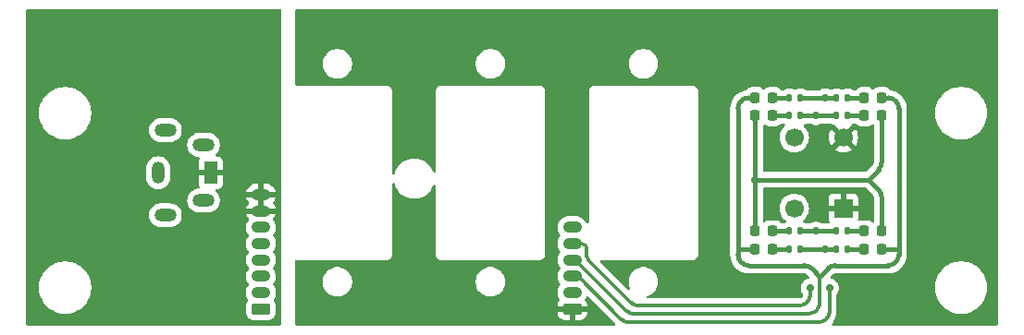
<source format=gbr>
%TF.GenerationSoftware,KiCad,Pcbnew,8.0.8*%
%TF.CreationDate,2025-01-30T12:00:52+07:00*%
%TF.ProjectId,CH170_FrontPanel,43483137-305f-4467-926f-6e7450616e65,rev?*%
%TF.SameCoordinates,Original*%
%TF.FileFunction,Copper,L2,Bot*%
%TF.FilePolarity,Positive*%
%FSLAX46Y46*%
G04 Gerber Fmt 4.6, Leading zero omitted, Abs format (unit mm)*
G04 Created by KiCad (PCBNEW 8.0.8) date 2025-01-30 12:00:52*
%MOMM*%
%LPD*%
G01*
G04 APERTURE LIST*
G04 Aperture macros list*
%AMRoundRect*
0 Rectangle with rounded corners*
0 $1 Rounding radius*
0 $2 $3 $4 $5 $6 $7 $8 $9 X,Y pos of 4 corners*
0 Add a 4 corners polygon primitive as box body*
4,1,4,$2,$3,$4,$5,$6,$7,$8,$9,$2,$3,0*
0 Add four circle primitives for the rounded corners*
1,1,$1+$1,$2,$3*
1,1,$1+$1,$4,$5*
1,1,$1+$1,$6,$7*
1,1,$1+$1,$8,$9*
0 Add four rect primitives between the rounded corners*
20,1,$1+$1,$2,$3,$4,$5,0*
20,1,$1+$1,$4,$5,$6,$7,0*
20,1,$1+$1,$6,$7,$8,$9,0*
20,1,$1+$1,$8,$9,$2,$3,0*%
G04 Aperture macros list end*
%TA.AperFunction,ComponentPad*%
%ADD10R,1.200000X2.000000*%
%TD*%
%TA.AperFunction,ComponentPad*%
%ADD11O,2.000000X1.200000*%
%TD*%
%TA.AperFunction,ComponentPad*%
%ADD12O,1.200000X2.000000*%
%TD*%
%TA.AperFunction,SMDPad,CuDef*%
%ADD13RoundRect,0.218750X-0.218750X-0.256250X0.218750X-0.256250X0.218750X0.256250X-0.218750X0.256250X0*%
%TD*%
%TA.AperFunction,ComponentPad*%
%ADD14RoundRect,0.250000X0.615000X-0.265000X0.615000X0.265000X-0.615000X0.265000X-0.615000X-0.265000X0*%
%TD*%
%TA.AperFunction,ComponentPad*%
%ADD15O,1.730000X1.030000*%
%TD*%
%TA.AperFunction,SMDPad,CuDef*%
%ADD16RoundRect,0.135000X0.135000X0.185000X-0.135000X0.185000X-0.135000X-0.185000X0.135000X-0.185000X0*%
%TD*%
%TA.AperFunction,SMDPad,CuDef*%
%ADD17RoundRect,0.218750X0.218750X0.256250X-0.218750X0.256250X-0.218750X-0.256250X0.218750X-0.256250X0*%
%TD*%
%TA.AperFunction,SMDPad,CuDef*%
%ADD18RoundRect,0.135000X-0.135000X-0.185000X0.135000X-0.185000X0.135000X0.185000X-0.135000X0.185000X0*%
%TD*%
%TA.AperFunction,ComponentPad*%
%ADD19R,1.700000X1.700000*%
%TD*%
%TA.AperFunction,ComponentPad*%
%ADD20C,1.700000*%
%TD*%
%TA.AperFunction,ViaPad*%
%ADD21C,0.700000*%
%TD*%
%TA.AperFunction,Conductor*%
%ADD22C,0.500000*%
%TD*%
%TA.AperFunction,Conductor*%
%ADD23C,0.400000*%
%TD*%
%TA.AperFunction,Conductor*%
%ADD24C,0.300000*%
%TD*%
%TA.AperFunction,Conductor*%
%ADD25C,0.350000*%
%TD*%
G04 APERTURE END LIST*
D10*
%TO.P,J101,G*%
%TO.N,/HDA_G*%
X123742000Y-95736000D03*
D11*
%TO.P,J101,R*%
%TO.N,/HDA_R*%
X119592000Y-99636000D03*
%TO.P,J101,RN*%
%TO.N,/HDA_RN*%
X123092000Y-98286000D03*
D12*
%TO.P,J101,S*%
%TO.N,/HDA_S*%
X118942000Y-95736000D03*
D11*
%TO.P,J101,T*%
%TO.N,/HDA_T*%
X119592000Y-91836000D03*
%TO.P,J101,TN*%
%TO.N,/HDA_TN*%
X123092000Y-93186000D03*
%TD*%
D13*
%TO.P,D106,1,K*%
%TO.N,Net-(D106-K)*%
X183579500Y-88849000D03*
%TO.P,D106,2,A*%
%TO.N,/PWR_P*%
X185154500Y-88849000D03*
%TD*%
D14*
%TO.P,J103,1,Pin_1*%
%TO.N,/PWR_G*%
X156842000Y-108236000D03*
D15*
%TO.P,J103,2,Pin_2*%
%TO.N,/PWR_B*%
X156842000Y-106736000D03*
%TO.P,J103,3,Pin_3*%
%TO.N,/PWR_N*%
X156842000Y-105236000D03*
%TO.P,J103,4,Pin_4*%
%TO.N,/PWR_P*%
X156842000Y-103736000D03*
%TO.P,J103,5,Pin_5*%
%TO.N,/HDD_N*%
X156842000Y-102236000D03*
%TO.P,J103,6,Pin_6*%
%TO.N,/HDD_P*%
X156842000Y-100736000D03*
%TD*%
D16*
%TO.P,R105,2*%
%TO.N,Net-(D105-K)*%
X176698000Y-88849000D03*
%TO.P,R105,1*%
%TO.N,/PWR_N*%
X177718000Y-88849000D03*
%TD*%
D17*
%TO.P,D101,2,A*%
%TO.N,/HDD_P*%
X173579499Y-101064000D03*
%TO.P,D101,1,K*%
%TO.N,Net-(D101-K)*%
X175154501Y-101064000D03*
%TD*%
%TO.P,D105,2,A*%
%TO.N,/PWR_P*%
X173579500Y-88849000D03*
%TO.P,D105,1,K*%
%TO.N,Net-(D105-K)*%
X175154500Y-88849000D03*
%TD*%
D16*
%TO.P,R101,1*%
%TO.N,/HDD_N*%
X177718000Y-101064000D03*
%TO.P,R101,2*%
%TO.N,Net-(D101-K)*%
X176698000Y-101064000D03*
%TD*%
D14*
%TO.P,J102,1,Pin_1*%
%TO.N,/HDA_S*%
X128342000Y-108236000D03*
D15*
%TO.P,J102,2,Pin_2*%
%TO.N,/HDA_R*%
X128342000Y-106736000D03*
%TO.P,J102,3,Pin_3*%
%TO.N,/HDA_RN*%
X128342000Y-105236000D03*
%TO.P,J102,4,Pin_4*%
%TO.N,/HDA_TN*%
X128342000Y-103736000D03*
%TO.P,J102,5,Pin_5*%
X128342000Y-102236000D03*
%TO.P,J102,6,Pin_6*%
%TO.N,/HDA_T*%
X128342000Y-100736000D03*
%TO.P,J102,7,Pin_7*%
%TO.N,/HDA_G*%
X128342000Y-99236000D03*
%TO.P,J102,8,Pin_8*%
X128342000Y-97736000D03*
%TD*%
D13*
%TO.P,D102,2,A*%
%TO.N,/HDD_P*%
X185154501Y-90507000D03*
%TO.P,D102,1,K*%
%TO.N,Net-(D102-K)*%
X183579499Y-90507000D03*
%TD*%
D18*
%TO.P,R108,1*%
%TO.N,/PWR_N*%
X181016000Y-102715000D03*
%TO.P,R108,2*%
%TO.N,Net-(D108-K)*%
X182036000Y-102715000D03*
%TD*%
%TO.P,R102,2*%
%TO.N,Net-(D102-K)*%
X182036000Y-90507000D03*
%TO.P,R102,1*%
%TO.N,/HDD_N*%
X181016000Y-90507000D03*
%TD*%
D13*
%TO.P,D103,2,A*%
%TO.N,/HDD_P*%
X185154501Y-101064000D03*
%TO.P,D103,1,K*%
%TO.N,Net-(D103-K)*%
X183579499Y-101064000D03*
%TD*%
D17*
%TO.P,D107,1,K*%
%TO.N,Net-(D107-K)*%
X175154500Y-102722000D03*
%TO.P,D107,2,A*%
%TO.N,/PWR_P*%
X173579500Y-102722000D03*
%TD*%
D19*
%TO.P,SW101,1,1*%
%TO.N,/PWR_G*%
X181650727Y-98989262D03*
D20*
X181650727Y-92489262D03*
%TO.P,SW101,2,2*%
%TO.N,/PWR_B*%
X177150727Y-98989262D03*
X177150727Y-92489262D03*
%TD*%
D17*
%TO.P,D104,2,A*%
%TO.N,/HDD_P*%
X173579499Y-90507000D03*
%TO.P,D104,1,K*%
%TO.N,Net-(D104-K)*%
X175154501Y-90507000D03*
%TD*%
D16*
%TO.P,R107,1*%
%TO.N,/PWR_N*%
X177718000Y-102715000D03*
%TO.P,R107,2*%
%TO.N,Net-(D107-K)*%
X176698000Y-102715000D03*
%TD*%
D13*
%TO.P,D108,1,K*%
%TO.N,Net-(D108-K)*%
X183579500Y-102722000D03*
%TO.P,D108,2,A*%
%TO.N,/PWR_P*%
X185154500Y-102722000D03*
%TD*%
D18*
%TO.P,R106,2*%
%TO.N,Net-(D106-K)*%
X182036000Y-88849000D03*
%TO.P,R106,1*%
%TO.N,/PWR_N*%
X181016000Y-88849000D03*
%TD*%
%TO.P,R103,2*%
%TO.N,Net-(D103-K)*%
X182038000Y-101064000D03*
%TO.P,R103,1*%
%TO.N,/HDD_N*%
X181018000Y-101064000D03*
%TD*%
D16*
%TO.P,R104,1*%
%TO.N,/HDD_N*%
X177718000Y-90507000D03*
%TO.P,R104,2*%
%TO.N,Net-(D104-K)*%
X176698000Y-90507000D03*
%TD*%
D21*
%TO.N,/PWR_G*%
X181653000Y-94714000D03*
%TO.N,/HDD_P*%
X173579499Y-96365000D03*
%TO.N,/HDD_N*%
X179113000Y-90507000D03*
%TO.N,/PWR_N*%
X180002000Y-88849000D03*
%TO.N,/HDD_N*%
X179113000Y-101064000D03*
%TO.N,/PWR_N*%
X180002000Y-102715000D03*
%TO.N,/HDD_N*%
X178602953Y-106271000D03*
%TO.N,/PWR_N*%
X180380953Y-106271000D03*
%TO.N,/PWR_G*%
X173906000Y-81379000D03*
X153586000Y-81379000D03*
X168826000Y-81379000D03*
X194226000Y-95730000D03*
X184066000Y-109065000D03*
X191686000Y-81379000D03*
X138346000Y-109065000D03*
X166286000Y-81379000D03*
X191686000Y-109065000D03*
X194226000Y-100810000D03*
X158666000Y-81379000D03*
X194226000Y-93190000D03*
X148506000Y-81379000D03*
X189146000Y-81379000D03*
X171366000Y-81379000D03*
X145966000Y-109065000D03*
X153586000Y-109065000D03*
X194226000Y-109065000D03*
X163746000Y-81379000D03*
X184066000Y-81379000D03*
X135806000Y-81379000D03*
X143426000Y-109065000D03*
X194226000Y-103350000D03*
X140886000Y-109065000D03*
X156126000Y-81379000D03*
X145966000Y-81379000D03*
X189146000Y-109065000D03*
X135806000Y-109065000D03*
X151046000Y-81379000D03*
X133266000Y-106525000D03*
X151046000Y-109065000D03*
X181526000Y-81379000D03*
X161206000Y-81379000D03*
X133266000Y-81379000D03*
X140886000Y-81379000D03*
X194226000Y-98270000D03*
X194226000Y-86459000D03*
X176446000Y-81379000D03*
X186606000Y-81379000D03*
X143426000Y-81379000D03*
X194226000Y-83919000D03*
X133266000Y-83919000D03*
X148506000Y-109065000D03*
X133266000Y-109065000D03*
X194226000Y-81379000D03*
X138346000Y-81379000D03*
X186606000Y-109065000D03*
X133266000Y-86459000D03*
X178986000Y-81379000D03*
%TO.N,/HDA_G*%
X128313000Y-81379000D03*
X123233000Y-81379000D03*
X107993000Y-83919000D03*
X120693000Y-81379000D03*
X107993000Y-81379000D03*
X128313000Y-91539000D03*
X125773000Y-81379000D03*
X107993000Y-101699000D03*
X128313000Y-83919000D03*
X128313000Y-94079000D03*
X128313000Y-86459000D03*
X107993000Y-99159000D03*
X115613000Y-81379000D03*
X107993000Y-108811000D03*
X107993000Y-104239000D03*
X113073000Y-81379000D03*
X128313000Y-88999000D03*
X110533000Y-81379000D03*
X118153000Y-81379000D03*
X107993000Y-86459000D03*
X107993000Y-96619000D03*
X107993000Y-94079000D03*
%TD*%
D22*
%TO.N,/HDA_G*%
X128342000Y-95736000D02*
X123742000Y-95736000D01*
X128342000Y-97736000D02*
X128342000Y-95736000D01*
D23*
%TO.N,/HDD_N*%
X179113000Y-90507000D02*
X177718000Y-90507000D01*
X181016000Y-90507000D02*
X179113000Y-90507000D01*
%TO.N,/PWR_N*%
X181016000Y-88849000D02*
X180002000Y-88849000D01*
X180002000Y-88849000D02*
X177718000Y-88849000D01*
%TO.N,/HDD_P*%
X185154501Y-97994715D02*
G75*
G03*
X184861615Y-97287601I-1000001J15D01*
G01*
X185154501Y-94735285D02*
G75*
G02*
X184861615Y-95442399I-1000001J-15D01*
G01*
X185154501Y-94735285D02*
X185154501Y-90507000D01*
X183939000Y-96365000D02*
X184861608Y-95442392D01*
X173579499Y-96365000D02*
X183939000Y-96365000D01*
X184861608Y-97287608D02*
X183939000Y-96365000D01*
X185154501Y-101064000D02*
X185154501Y-97994715D01*
D24*
%TO.N,/PWR_P*%
X178494000Y-108684000D02*
X162509214Y-108684000D01*
X161802107Y-108391107D02*
X157147000Y-103736000D01*
X157147000Y-103736000D02*
X156842000Y-103736000D01*
X179480706Y-105268294D02*
X179480706Y-107873799D01*
X179494000Y-105255000D02*
X179480706Y-105268294D01*
X179480706Y-107873799D02*
G75*
G02*
X178494000Y-108684020I-990806J200699D01*
G01*
X162509214Y-108684000D02*
G75*
G02*
X161802100Y-108391114I-14J1000000D01*
G01*
D23*
%TO.N,/HDD_P*%
X173579499Y-96365000D02*
X173579499Y-101064000D01*
X173579499Y-90507000D02*
X173579499Y-96365000D01*
%TO.N,/PWR_P*%
X185733000Y-88849000D02*
G75*
G02*
X186733000Y-89849000I0J-1000000D01*
G01*
X172001000Y-89849000D02*
G75*
G02*
X173001000Y-88849000I1000000J0D01*
G01*
X186733000Y-103239000D02*
G75*
G02*
X185733000Y-104239000I-1000000J0D01*
G01*
X173001000Y-104239000D02*
G75*
G02*
X172001000Y-103239000I0J1000000D01*
G01*
X186733000Y-103239000D02*
X186733000Y-102729000D01*
X179494000Y-105255000D02*
X180217107Y-104531893D01*
X180924214Y-104239000D02*
X185733000Y-104239000D01*
X172001000Y-103239000D02*
X172001000Y-102729000D01*
X179494000Y-105255000D02*
X178770893Y-104531893D01*
X178063786Y-104239000D02*
X173001000Y-104239000D01*
D24*
X186733000Y-102729000D02*
X186726000Y-102722000D01*
X172001000Y-102729000D02*
X172008000Y-102722000D01*
D23*
%TO.N,/HDD_N*%
X179113000Y-101064000D02*
X177718000Y-101064000D01*
X181018000Y-101064000D02*
X179113000Y-101064000D01*
%TO.N,/PWR_N*%
X179875000Y-102715000D02*
X181016000Y-102715000D01*
X177718000Y-102715000D02*
X179875000Y-102715000D01*
%TO.N,/PWR_P*%
X185154500Y-102722000D02*
X186726000Y-102722000D01*
X185733000Y-88849000D02*
X185154500Y-88849000D01*
X186733000Y-102715000D02*
X186733000Y-89849000D01*
X173001000Y-88849000D02*
X173579500Y-88849000D01*
D25*
X172008000Y-102722000D02*
X172001000Y-102715000D01*
D23*
X172001000Y-102715000D02*
X172001000Y-89849000D01*
X173579500Y-102722000D02*
X172008000Y-102722000D01*
%TO.N,Net-(D103-K)*%
X183579499Y-101064000D02*
X182038000Y-101064000D01*
D25*
%TO.N,Net-(D108-K)*%
X183572500Y-102715000D02*
X183579500Y-102722000D01*
D23*
X182036000Y-102715000D02*
X183572500Y-102715000D01*
D25*
%TO.N,Net-(D107-K)*%
X176691000Y-102722000D02*
X176698000Y-102715000D01*
D23*
X175154500Y-102722000D02*
X176691000Y-102722000D01*
%TO.N,Net-(D101-K)*%
X176698000Y-101064000D02*
X175154501Y-101064000D01*
%TO.N,Net-(D102-K)*%
X183579499Y-90507000D02*
X182036000Y-90507000D01*
%TO.N,Net-(D106-K)*%
X182036000Y-88849000D02*
X183579500Y-88849000D01*
%TO.N,Net-(D104-K)*%
X176698000Y-90507000D02*
X175154501Y-90507000D01*
%TO.N,Net-(D105-K)*%
X176698000Y-88849000D02*
X175154500Y-88849000D01*
D22*
%TO.N,/HDA_G*%
X128342000Y-97736000D02*
X128342000Y-99236000D01*
D23*
%TO.N,/PWR_P*%
X178770893Y-104531893D02*
G75*
G03*
X178063786Y-104239010I-707093J-707107D01*
G01*
X180217107Y-104531893D02*
G75*
G02*
X180924214Y-104239010I707093J-707107D01*
G01*
D24*
%TO.N,/HDD_N*%
X157743629Y-102237497D02*
X156843497Y-102237497D01*
X162183107Y-107629107D02*
X158324447Y-103770447D01*
X158178000Y-103416893D02*
X158178000Y-102736000D01*
X162890214Y-107922000D02*
G75*
G02*
X162183100Y-107629114I-14J1000000D01*
G01*
X177605000Y-107922000D02*
X162890214Y-107922000D01*
X156843497Y-102237497D02*
X156842000Y-102236000D01*
X178602953Y-107020290D02*
G75*
G02*
X177605000Y-107922012I-1000053J103690D01*
G01*
X158324447Y-103770447D02*
G75*
G02*
X158178005Y-103416893I353553J353547D01*
G01*
X178602953Y-106271000D02*
X178602953Y-107020290D01*
X158178000Y-102736000D02*
G75*
G03*
X157743635Y-102237452I-505700J-2100D01*
G01*
%TO.N,/PWR_N*%
X162001214Y-109446000D02*
G75*
G02*
X161294100Y-109153114I-14J1000000D01*
G01*
X179383000Y-109446000D02*
X162001214Y-109446000D01*
X180380953Y-108544290D02*
G75*
G02*
X179383000Y-109446012I-1000053J103690D01*
G01*
X161294107Y-109153107D02*
X157377000Y-105236000D01*
X180380953Y-106271000D02*
X180380953Y-108544290D01*
X157377000Y-105236000D02*
X156842000Y-105236000D01*
%TD*%
%TA.AperFunction,Conductor*%
%TO.N,/HDA_G*%
G36*
X128592000Y-98969811D02*
G01*
X128566116Y-98943927D01*
X128482885Y-98895874D01*
X128390053Y-98871000D01*
X128293947Y-98871000D01*
X128201115Y-98895874D01*
X128117884Y-98943927D01*
X128092000Y-98969811D01*
X128092000Y-98002189D01*
X128117884Y-98028073D01*
X128201115Y-98076126D01*
X128293947Y-98101000D01*
X128390053Y-98101000D01*
X128482885Y-98076126D01*
X128566116Y-98028073D01*
X128592000Y-98002189D01*
X128592000Y-98969811D01*
G37*
%TD.AperFunction*%
%TA.AperFunction,Conductor*%
G36*
X130161039Y-80756185D02*
G01*
X130206794Y-80808989D01*
X130218000Y-80860500D01*
X130218000Y-109611500D01*
X130198315Y-109678539D01*
X130145511Y-109724294D01*
X130094000Y-109735500D01*
X106966500Y-109735500D01*
X106899461Y-109715815D01*
X106853706Y-109663011D01*
X106842500Y-109611500D01*
X106842500Y-106129186D01*
X108025500Y-106129186D01*
X108025500Y-106398813D01*
X108055686Y-106666719D01*
X108055688Y-106666731D01*
X108115684Y-106929594D01*
X108115687Y-106929602D01*
X108204734Y-107184082D01*
X108321714Y-107426994D01*
X108321716Y-107426997D01*
X108465162Y-107655289D01*
X108633266Y-107866085D01*
X108823915Y-108056734D01*
X109034711Y-108224838D01*
X109263003Y-108368284D01*
X109505921Y-108485267D01*
X109693778Y-108551001D01*
X109760397Y-108574312D01*
X109760405Y-108574315D01*
X109760408Y-108574315D01*
X109760409Y-108574316D01*
X110023268Y-108634312D01*
X110291187Y-108664499D01*
X110291188Y-108664500D01*
X110291191Y-108664500D01*
X110560812Y-108664500D01*
X110560812Y-108664499D01*
X110828732Y-108634312D01*
X111091591Y-108574316D01*
X111346079Y-108485267D01*
X111588997Y-108368284D01*
X111817289Y-108224838D01*
X112028085Y-108056734D01*
X112218734Y-107866085D01*
X112386838Y-107655289D01*
X112530284Y-107426997D01*
X112647267Y-107184079D01*
X112736316Y-106929591D01*
X112796312Y-106666732D01*
X112826500Y-106398809D01*
X112826500Y-106129191D01*
X112796312Y-105861268D01*
X112736316Y-105598409D01*
X112647267Y-105343921D01*
X112547129Y-105135982D01*
X112530285Y-105101005D01*
X112428986Y-104939789D01*
X112386838Y-104872711D01*
X112218734Y-104661915D01*
X112028085Y-104471266D01*
X111992225Y-104442669D01*
X111917833Y-104383343D01*
X111817289Y-104303162D01*
X111588997Y-104159716D01*
X111588994Y-104159714D01*
X111346082Y-104042734D01*
X111091602Y-103953687D01*
X111091594Y-103953684D01*
X110894446Y-103908687D01*
X110828732Y-103893688D01*
X110828728Y-103893687D01*
X110828719Y-103893686D01*
X110560813Y-103863500D01*
X110560809Y-103863500D01*
X110291191Y-103863500D01*
X110291186Y-103863500D01*
X110023280Y-103893686D01*
X110023268Y-103893688D01*
X109760405Y-103953684D01*
X109760397Y-103953687D01*
X109505917Y-104042734D01*
X109263005Y-104159714D01*
X109034712Y-104303161D01*
X108823915Y-104471265D01*
X108633265Y-104661915D01*
X108465161Y-104872712D01*
X108321714Y-105101005D01*
X108204734Y-105343917D01*
X108115687Y-105598397D01*
X108115684Y-105598405D01*
X108055688Y-105861268D01*
X108055686Y-105861280D01*
X108025500Y-106129186D01*
X106842500Y-106129186D01*
X106842500Y-99549389D01*
X118091500Y-99549389D01*
X118091500Y-99722610D01*
X118116907Y-99883028D01*
X118118598Y-99893701D01*
X118172127Y-100058445D01*
X118250768Y-100212788D01*
X118352586Y-100352928D01*
X118475072Y-100475414D01*
X118615212Y-100577232D01*
X118769555Y-100655873D01*
X118934299Y-100709402D01*
X119105389Y-100736500D01*
X119105390Y-100736500D01*
X120078610Y-100736500D01*
X120078611Y-100736500D01*
X120249701Y-100709402D01*
X120414445Y-100655873D01*
X120453493Y-100635977D01*
X126976500Y-100635977D01*
X126976500Y-100836022D01*
X127015523Y-101032203D01*
X127015526Y-101032215D01*
X127092071Y-101217013D01*
X127092078Y-101217026D01*
X127203208Y-101383343D01*
X127203211Y-101383347D01*
X127218183Y-101398319D01*
X127251668Y-101459642D01*
X127246684Y-101529334D01*
X127218183Y-101573681D01*
X127203211Y-101588652D01*
X127203208Y-101588656D01*
X127092078Y-101754973D01*
X127092071Y-101754986D01*
X127015526Y-101939784D01*
X127015523Y-101939796D01*
X126976500Y-102135977D01*
X126976500Y-102336022D01*
X127015523Y-102532203D01*
X127015526Y-102532215D01*
X127092071Y-102717013D01*
X127092078Y-102717026D01*
X127203208Y-102883343D01*
X127203211Y-102883347D01*
X127218183Y-102898319D01*
X127251668Y-102959642D01*
X127246684Y-103029334D01*
X127218183Y-103073681D01*
X127203211Y-103088652D01*
X127203208Y-103088656D01*
X127092078Y-103254973D01*
X127092071Y-103254986D01*
X127015526Y-103439784D01*
X127015523Y-103439796D01*
X126976500Y-103635977D01*
X126976500Y-103836022D01*
X127015523Y-104032203D01*
X127015526Y-104032215D01*
X127092071Y-104217013D01*
X127092078Y-104217026D01*
X127203208Y-104383343D01*
X127203211Y-104383347D01*
X127218183Y-104398319D01*
X127251668Y-104459642D01*
X127246684Y-104529334D01*
X127218183Y-104573681D01*
X127203211Y-104588652D01*
X127203208Y-104588656D01*
X127092078Y-104754973D01*
X127092071Y-104754986D01*
X127015526Y-104939784D01*
X127015523Y-104939796D01*
X126976500Y-105135977D01*
X126976500Y-105336022D01*
X127015523Y-105532203D01*
X127015526Y-105532215D01*
X127092071Y-105717013D01*
X127092078Y-105717026D01*
X127203208Y-105883343D01*
X127203211Y-105883347D01*
X127218183Y-105898319D01*
X127251668Y-105959642D01*
X127246684Y-106029334D01*
X127218183Y-106073681D01*
X127203211Y-106088652D01*
X127203208Y-106088656D01*
X127092078Y-106254973D01*
X127092071Y-106254986D01*
X127015526Y-106439784D01*
X127015523Y-106439796D01*
X126976500Y-106635977D01*
X126976500Y-106836022D01*
X127015523Y-107032203D01*
X127015526Y-107032215D01*
X127092071Y-107217013D01*
X127092078Y-107217026D01*
X127166729Y-107328749D01*
X127187607Y-107395427D01*
X127169122Y-107462807D01*
X127151312Y-107485317D01*
X127134293Y-107502337D01*
X127134289Y-107502342D01*
X127134288Y-107502344D01*
X127093287Y-107568816D01*
X127042187Y-107651663D01*
X127042186Y-107651666D01*
X126987001Y-107818203D01*
X126987001Y-107818204D01*
X126987000Y-107818204D01*
X126976500Y-107920983D01*
X126976500Y-108551001D01*
X126976501Y-108551019D01*
X126987000Y-108653796D01*
X126987001Y-108653799D01*
X127042185Y-108820331D01*
X127042186Y-108820334D01*
X127134288Y-108969656D01*
X127258344Y-109093712D01*
X127407666Y-109185814D01*
X127574203Y-109240999D01*
X127676991Y-109251500D01*
X129007008Y-109251499D01*
X129109797Y-109240999D01*
X129276334Y-109185814D01*
X129425656Y-109093712D01*
X129549712Y-108969656D01*
X129641814Y-108820334D01*
X129696999Y-108653797D01*
X129707500Y-108551009D01*
X129707499Y-107920992D01*
X129696999Y-107818203D01*
X129641814Y-107651666D01*
X129549712Y-107502344D01*
X129532690Y-107485322D01*
X129499205Y-107423999D01*
X129504189Y-107354307D01*
X129517269Y-107328750D01*
X129517270Y-107328749D01*
X129591925Y-107217020D01*
X129668475Y-107032211D01*
X129707500Y-106836018D01*
X129707500Y-106635982D01*
X129668475Y-106439789D01*
X129651502Y-106398813D01*
X129591928Y-106254986D01*
X129591921Y-106254973D01*
X129480792Y-106088657D01*
X129480787Y-106088652D01*
X129465816Y-106073681D01*
X129432331Y-106012361D01*
X129437314Y-105942669D01*
X129465816Y-105898318D01*
X129480791Y-105883344D01*
X129591925Y-105717020D01*
X129668475Y-105532211D01*
X129707500Y-105336018D01*
X129707500Y-105135982D01*
X129668475Y-104939789D01*
X129640691Y-104872711D01*
X129591928Y-104754986D01*
X129591921Y-104754973D01*
X129480792Y-104588657D01*
X129480787Y-104588652D01*
X129465816Y-104573681D01*
X129432331Y-104512361D01*
X129437314Y-104442669D01*
X129465816Y-104398318D01*
X129480791Y-104383344D01*
X129591925Y-104217020D01*
X129668475Y-104032211D01*
X129707500Y-103836018D01*
X129707500Y-103635982D01*
X129668475Y-103439789D01*
X129668473Y-103439784D01*
X129591928Y-103254986D01*
X129591921Y-103254973D01*
X129480792Y-103088657D01*
X129480787Y-103088652D01*
X129465816Y-103073681D01*
X129432331Y-103012361D01*
X129437314Y-102942669D01*
X129465816Y-102898318D01*
X129480791Y-102883344D01*
X129591925Y-102717020D01*
X129668475Y-102532211D01*
X129707500Y-102336018D01*
X129707500Y-102135982D01*
X129668475Y-101939789D01*
X129668473Y-101939784D01*
X129591928Y-101754986D01*
X129591921Y-101754973D01*
X129480792Y-101588657D01*
X129480787Y-101588652D01*
X129465816Y-101573681D01*
X129432331Y-101512361D01*
X129437314Y-101442669D01*
X129465816Y-101398318D01*
X129480791Y-101383344D01*
X129591925Y-101217020D01*
X129668475Y-101032211D01*
X129707500Y-100836018D01*
X129707500Y-100635982D01*
X129668475Y-100439789D01*
X129632496Y-100352928D01*
X129591928Y-100254986D01*
X129591921Y-100254973D01*
X129480791Y-100088656D01*
X129480789Y-100088653D01*
X129465464Y-100073329D01*
X129431977Y-100012007D01*
X129436960Y-99942315D01*
X129465464Y-99897962D01*
X129480403Y-99883023D01*
X129591477Y-99716789D01*
X129591482Y-99716780D01*
X129667993Y-99532065D01*
X129667995Y-99532057D01*
X129677157Y-99486000D01*
X128608189Y-99486000D01*
X128634073Y-99460116D01*
X128682126Y-99376885D01*
X128707000Y-99284053D01*
X128707000Y-99187947D01*
X128682126Y-99095115D01*
X128634073Y-99011884D01*
X128608189Y-98986000D01*
X129677157Y-98986000D01*
X129677157Y-98985999D01*
X129667995Y-98939942D01*
X129667993Y-98939934D01*
X129591482Y-98755219D01*
X129591477Y-98755210D01*
X129480402Y-98588975D01*
X129480400Y-98588972D01*
X129465110Y-98573683D01*
X129431623Y-98512361D01*
X129436606Y-98442669D01*
X129465110Y-98398317D01*
X129480400Y-98383027D01*
X129480402Y-98383024D01*
X129591477Y-98216789D01*
X129591482Y-98216780D01*
X129667993Y-98032065D01*
X129667995Y-98032057D01*
X129677157Y-97986000D01*
X128608189Y-97986000D01*
X128634073Y-97960116D01*
X128682126Y-97876885D01*
X128707000Y-97784053D01*
X128707000Y-97687947D01*
X128682126Y-97595115D01*
X128634073Y-97511884D01*
X128608189Y-97486000D01*
X129677157Y-97486000D01*
X129677157Y-97485999D01*
X129667995Y-97439942D01*
X129667993Y-97439934D01*
X129591482Y-97255219D01*
X129591477Y-97255210D01*
X129480402Y-97088975D01*
X129480399Y-97088971D01*
X129339028Y-96947600D01*
X129339024Y-96947597D01*
X129172789Y-96836522D01*
X129172780Y-96836517D01*
X128988065Y-96760006D01*
X128988057Y-96760004D01*
X128791972Y-96721000D01*
X128592000Y-96721000D01*
X128592000Y-97469811D01*
X128566116Y-97443927D01*
X128482885Y-97395874D01*
X128390053Y-97371000D01*
X128293947Y-97371000D01*
X128201115Y-97395874D01*
X128117884Y-97443927D01*
X128092000Y-97469811D01*
X128092000Y-96721000D01*
X127892028Y-96721000D01*
X127695942Y-96760004D01*
X127695934Y-96760006D01*
X127511219Y-96836517D01*
X127511210Y-96836522D01*
X127344975Y-96947597D01*
X127344971Y-96947600D01*
X127203600Y-97088971D01*
X127203597Y-97088975D01*
X127092522Y-97255210D01*
X127092517Y-97255219D01*
X127016006Y-97439934D01*
X127016004Y-97439942D01*
X127006842Y-97485999D01*
X127006843Y-97486000D01*
X128075811Y-97486000D01*
X128049927Y-97511884D01*
X128001874Y-97595115D01*
X127977000Y-97687947D01*
X127977000Y-97784053D01*
X128001874Y-97876885D01*
X128049927Y-97960116D01*
X128075811Y-97986000D01*
X127006843Y-97986000D01*
X127016004Y-98032057D01*
X127016006Y-98032065D01*
X127092517Y-98216780D01*
X127092522Y-98216789D01*
X127203597Y-98383024D01*
X127203600Y-98383028D01*
X127218891Y-98398319D01*
X127252376Y-98459642D01*
X127247392Y-98529334D01*
X127218891Y-98573681D01*
X127203600Y-98588971D01*
X127203597Y-98588975D01*
X127092522Y-98755210D01*
X127092517Y-98755219D01*
X127016006Y-98939934D01*
X127016004Y-98939942D01*
X127006842Y-98985999D01*
X127006843Y-98986000D01*
X128075811Y-98986000D01*
X128049927Y-99011884D01*
X128001874Y-99095115D01*
X127977000Y-99187947D01*
X127977000Y-99284053D01*
X128001874Y-99376885D01*
X128049927Y-99460116D01*
X128075811Y-99486000D01*
X127006843Y-99486000D01*
X127016004Y-99532057D01*
X127016006Y-99532065D01*
X127092517Y-99716780D01*
X127092522Y-99716789D01*
X127203597Y-99883024D01*
X127203600Y-99883028D01*
X127218537Y-99897965D01*
X127252022Y-99959288D01*
X127247038Y-100028980D01*
X127218537Y-100073327D01*
X127203211Y-100088652D01*
X127203208Y-100088656D01*
X127092078Y-100254973D01*
X127092071Y-100254986D01*
X127015526Y-100439784D01*
X127015523Y-100439796D01*
X126976500Y-100635977D01*
X120453493Y-100635977D01*
X120568788Y-100577232D01*
X120708928Y-100475414D01*
X120831414Y-100352928D01*
X120933232Y-100212788D01*
X121011873Y-100058445D01*
X121065402Y-99893701D01*
X121092500Y-99722611D01*
X121092500Y-99549389D01*
X121065402Y-99378299D01*
X121011873Y-99213555D01*
X120933232Y-99059212D01*
X120831414Y-98919072D01*
X120708928Y-98796586D01*
X120568788Y-98694768D01*
X120414445Y-98616127D01*
X120249701Y-98562598D01*
X120249699Y-98562597D01*
X120249698Y-98562597D01*
X120118271Y-98541781D01*
X120078611Y-98535500D01*
X119105389Y-98535500D01*
X119065728Y-98541781D01*
X118934302Y-98562597D01*
X118769552Y-98616128D01*
X118615211Y-98694768D01*
X118535256Y-98752859D01*
X118475072Y-98796586D01*
X118475070Y-98796588D01*
X118475069Y-98796588D01*
X118352588Y-98919069D01*
X118352588Y-98919070D01*
X118352586Y-98919072D01*
X118337429Y-98939934D01*
X118250768Y-99059211D01*
X118172128Y-99213552D01*
X118118597Y-99378302D01*
X118091500Y-99549389D01*
X106842500Y-99549389D01*
X106842500Y-95249389D01*
X117841500Y-95249389D01*
X117841500Y-96222611D01*
X117868598Y-96393701D01*
X117922127Y-96558445D01*
X118000768Y-96712788D01*
X118102586Y-96852928D01*
X118225072Y-96975414D01*
X118365212Y-97077232D01*
X118519555Y-97155873D01*
X118684299Y-97209402D01*
X118855389Y-97236500D01*
X118855390Y-97236500D01*
X119028610Y-97236500D01*
X119028611Y-97236500D01*
X119199701Y-97209402D01*
X119364445Y-97155873D01*
X119518788Y-97077232D01*
X119658928Y-96975414D01*
X119781414Y-96852928D01*
X119883232Y-96712788D01*
X119961873Y-96558445D01*
X120015402Y-96393701D01*
X120042500Y-96222611D01*
X120042500Y-95249389D01*
X120015402Y-95078299D01*
X119961873Y-94913555D01*
X119883232Y-94759212D01*
X119781414Y-94619072D01*
X119658928Y-94496586D01*
X119518788Y-94394768D01*
X119364445Y-94316127D01*
X119199701Y-94262598D01*
X119199699Y-94262597D01*
X119199698Y-94262597D01*
X119068271Y-94241781D01*
X119028611Y-94235500D01*
X118855389Y-94235500D01*
X118815728Y-94241781D01*
X118684302Y-94262597D01*
X118519552Y-94316128D01*
X118365211Y-94394768D01*
X118285256Y-94452859D01*
X118225072Y-94496586D01*
X118225070Y-94496588D01*
X118225069Y-94496588D01*
X118102588Y-94619069D01*
X118102588Y-94619070D01*
X118102586Y-94619072D01*
X118095649Y-94628620D01*
X118000768Y-94759211D01*
X117922128Y-94913552D01*
X117868597Y-95078302D01*
X117856957Y-95151795D01*
X117841500Y-95249389D01*
X106842500Y-95249389D01*
X106842500Y-93099389D01*
X121591500Y-93099389D01*
X121591500Y-93272611D01*
X121618598Y-93443701D01*
X121672127Y-93608445D01*
X121750768Y-93762788D01*
X121852586Y-93902928D01*
X121975072Y-94025414D01*
X122115212Y-94127232D01*
X122269555Y-94205873D01*
X122434299Y-94259402D01*
X122605389Y-94286500D01*
X122605390Y-94286500D01*
X122606192Y-94286500D01*
X122606486Y-94286586D01*
X122610252Y-94286883D01*
X122610189Y-94287673D01*
X122673231Y-94306185D01*
X122718986Y-94358989D01*
X122728930Y-94428147D01*
X122705460Y-94484810D01*
X122698646Y-94493911D01*
X122698645Y-94493913D01*
X122648403Y-94628620D01*
X122648401Y-94628627D01*
X122642000Y-94688155D01*
X122642000Y-95486000D01*
X123442000Y-95486000D01*
X123442000Y-95986000D01*
X122642000Y-95986000D01*
X122642000Y-96783844D01*
X122648401Y-96843372D01*
X122648403Y-96843379D01*
X122698645Y-96978086D01*
X122698646Y-96978088D01*
X122705460Y-96987190D01*
X122729876Y-97052655D01*
X122715024Y-97120928D01*
X122665618Y-97170333D01*
X122610201Y-97184476D01*
X122610252Y-97185117D01*
X122606550Y-97185408D01*
X122606192Y-97185500D01*
X122605389Y-97185500D01*
X122565728Y-97191781D01*
X122434302Y-97212597D01*
X122269552Y-97266128D01*
X122115211Y-97344768D01*
X122057968Y-97386358D01*
X121975072Y-97446586D01*
X121975070Y-97446588D01*
X121975069Y-97446588D01*
X121852588Y-97569069D01*
X121852588Y-97569070D01*
X121852586Y-97569072D01*
X121833665Y-97595115D01*
X121750768Y-97709211D01*
X121672128Y-97863552D01*
X121618597Y-98028302D01*
X121611023Y-98076126D01*
X121591500Y-98199389D01*
X121591500Y-98372611D01*
X121618598Y-98543701D01*
X121672127Y-98708445D01*
X121750768Y-98862788D01*
X121852586Y-99002928D01*
X121975072Y-99125414D01*
X122115212Y-99227232D01*
X122269555Y-99305873D01*
X122434299Y-99359402D01*
X122605389Y-99386500D01*
X122605390Y-99386500D01*
X123578610Y-99386500D01*
X123578611Y-99386500D01*
X123749701Y-99359402D01*
X123914445Y-99305873D01*
X124068788Y-99227232D01*
X124208928Y-99125414D01*
X124331414Y-99002928D01*
X124433232Y-98862788D01*
X124511873Y-98708445D01*
X124565402Y-98543701D01*
X124592500Y-98372611D01*
X124592500Y-98199389D01*
X124565402Y-98028299D01*
X124511873Y-97863555D01*
X124433232Y-97709212D01*
X124331414Y-97569072D01*
X124210023Y-97447681D01*
X124176538Y-97386358D01*
X124181522Y-97316666D01*
X124223394Y-97260733D01*
X124288858Y-97236316D01*
X124297704Y-97236000D01*
X124389828Y-97236000D01*
X124389844Y-97235999D01*
X124449372Y-97229598D01*
X124449379Y-97229596D01*
X124584086Y-97179354D01*
X124584093Y-97179350D01*
X124699187Y-97093190D01*
X124699190Y-97093187D01*
X124785350Y-96978093D01*
X124785354Y-96978086D01*
X124835596Y-96843379D01*
X124835598Y-96843372D01*
X124841999Y-96783844D01*
X124842000Y-96783827D01*
X124842000Y-95986000D01*
X124042000Y-95986000D01*
X124042000Y-95486000D01*
X124842000Y-95486000D01*
X124842000Y-94688172D01*
X124841999Y-94688155D01*
X124835598Y-94628627D01*
X124835596Y-94628620D01*
X124785354Y-94493913D01*
X124785350Y-94493906D01*
X124699190Y-94378812D01*
X124699187Y-94378809D01*
X124584093Y-94292649D01*
X124584086Y-94292645D01*
X124449379Y-94242403D01*
X124449372Y-94242401D01*
X124389844Y-94236000D01*
X124297704Y-94236000D01*
X124230665Y-94216315D01*
X124184910Y-94163511D01*
X124174966Y-94094353D01*
X124203991Y-94030797D01*
X124210023Y-94024319D01*
X124331414Y-93902928D01*
X124433232Y-93762788D01*
X124511873Y-93608445D01*
X124565402Y-93443701D01*
X124592500Y-93272611D01*
X124592500Y-93099389D01*
X124565402Y-92928299D01*
X124511873Y-92763555D01*
X124433232Y-92609212D01*
X124331414Y-92469072D01*
X124208928Y-92346586D01*
X124068788Y-92244768D01*
X123914445Y-92166127D01*
X123749701Y-92112598D01*
X123749699Y-92112597D01*
X123749698Y-92112597D01*
X123618271Y-92091781D01*
X123578611Y-92085500D01*
X122605389Y-92085500D01*
X122565728Y-92091781D01*
X122434302Y-92112597D01*
X122269552Y-92166128D01*
X122115211Y-92244768D01*
X122035256Y-92302859D01*
X121975072Y-92346586D01*
X121975070Y-92346588D01*
X121975069Y-92346588D01*
X121852588Y-92469069D01*
X121852588Y-92469070D01*
X121852586Y-92469072D01*
X121840821Y-92485265D01*
X121750768Y-92609211D01*
X121672128Y-92763552D01*
X121618597Y-92928302D01*
X121617299Y-92936500D01*
X121591500Y-93099389D01*
X106842500Y-93099389D01*
X106842500Y-90129186D01*
X108025500Y-90129186D01*
X108025500Y-90398813D01*
X108055686Y-90666719D01*
X108055688Y-90666731D01*
X108115684Y-90929594D01*
X108115687Y-90929602D01*
X108204734Y-91184082D01*
X108321714Y-91426994D01*
X108321716Y-91426997D01*
X108465162Y-91655289D01*
X108633266Y-91866085D01*
X108823915Y-92056734D01*
X109034711Y-92224838D01*
X109263003Y-92368284D01*
X109505921Y-92485267D01*
X109697049Y-92552145D01*
X109760397Y-92574312D01*
X109760405Y-92574315D01*
X109760408Y-92574315D01*
X109760409Y-92574316D01*
X110023268Y-92634312D01*
X110291187Y-92664499D01*
X110291188Y-92664500D01*
X110291191Y-92664500D01*
X110560812Y-92664500D01*
X110560812Y-92664499D01*
X110828732Y-92634312D01*
X111091591Y-92574316D01*
X111346079Y-92485267D01*
X111588997Y-92368284D01*
X111817289Y-92224838D01*
X112028085Y-92056734D01*
X112218734Y-91866085D01*
X112311796Y-91749389D01*
X118091500Y-91749389D01*
X118091500Y-91922611D01*
X118118598Y-92093701D01*
X118172127Y-92258445D01*
X118250768Y-92412788D01*
X118352586Y-92552928D01*
X118475072Y-92675414D01*
X118615212Y-92777232D01*
X118769555Y-92855873D01*
X118934299Y-92909402D01*
X119105389Y-92936500D01*
X119105390Y-92936500D01*
X120078610Y-92936500D01*
X120078611Y-92936500D01*
X120249701Y-92909402D01*
X120414445Y-92855873D01*
X120568788Y-92777232D01*
X120708928Y-92675414D01*
X120831414Y-92552928D01*
X120933232Y-92412788D01*
X121011873Y-92258445D01*
X121065402Y-92093701D01*
X121092500Y-91922611D01*
X121092500Y-91749389D01*
X121065402Y-91578299D01*
X121011873Y-91413555D01*
X120933232Y-91259212D01*
X120831414Y-91119072D01*
X120708928Y-90996586D01*
X120568788Y-90894768D01*
X120414445Y-90816127D01*
X120249701Y-90762598D01*
X120249699Y-90762597D01*
X120249698Y-90762597D01*
X120118271Y-90741781D01*
X120078611Y-90735500D01*
X119105389Y-90735500D01*
X119065728Y-90741781D01*
X118934302Y-90762597D01*
X118769552Y-90816128D01*
X118615211Y-90894768D01*
X118567282Y-90929591D01*
X118475072Y-90996586D01*
X118475070Y-90996588D01*
X118475069Y-90996588D01*
X118352588Y-91119069D01*
X118352588Y-91119070D01*
X118352586Y-91119072D01*
X118308859Y-91179256D01*
X118250768Y-91259211D01*
X118172128Y-91413552D01*
X118118597Y-91578302D01*
X118106404Y-91655287D01*
X118091500Y-91749389D01*
X112311796Y-91749389D01*
X112386838Y-91655289D01*
X112530284Y-91426997D01*
X112647267Y-91184079D01*
X112736316Y-90929591D01*
X112796312Y-90666732D01*
X112826500Y-90398809D01*
X112826500Y-90129191D01*
X112796312Y-89861268D01*
X112736316Y-89598409D01*
X112647267Y-89343921D01*
X112530284Y-89101003D01*
X112386838Y-88872711D01*
X112218734Y-88661915D01*
X112028085Y-88471266D01*
X111817289Y-88303162D01*
X111588997Y-88159716D01*
X111588994Y-88159714D01*
X111346082Y-88042734D01*
X111091602Y-87953687D01*
X111091594Y-87953684D01*
X110894446Y-87908687D01*
X110828732Y-87893688D01*
X110828728Y-87893687D01*
X110828719Y-87893686D01*
X110560813Y-87863500D01*
X110560809Y-87863500D01*
X110291191Y-87863500D01*
X110291186Y-87863500D01*
X110023280Y-87893686D01*
X110023268Y-87893688D01*
X109760405Y-87953684D01*
X109760397Y-87953687D01*
X109505917Y-88042734D01*
X109263005Y-88159714D01*
X109034712Y-88303161D01*
X108823915Y-88471265D01*
X108633265Y-88661915D01*
X108465161Y-88872712D01*
X108321714Y-89101005D01*
X108204734Y-89343917D01*
X108115687Y-89598397D01*
X108115684Y-89598405D01*
X108055688Y-89861268D01*
X108055686Y-89861280D01*
X108025500Y-90129186D01*
X106842500Y-90129186D01*
X106842500Y-80860500D01*
X106862185Y-80793461D01*
X106914989Y-80747706D01*
X106966500Y-80736500D01*
X130094000Y-80736500D01*
X130161039Y-80756185D01*
G37*
%TD.AperFunction*%
%TD*%
%TA.AperFunction,Conductor*%
%TO.N,/PWR_G*%
G36*
X195784539Y-80756185D02*
G01*
X195830294Y-80808989D01*
X195841500Y-80860500D01*
X195841500Y-109611500D01*
X195821815Y-109678539D01*
X195769011Y-109724294D01*
X195717500Y-109735500D01*
X180722356Y-109735500D01*
X180655317Y-109715815D01*
X180609562Y-109663011D01*
X180599618Y-109593853D01*
X180626680Y-109532620D01*
X180633936Y-109523819D01*
X180735871Y-109400179D01*
X180861462Y-109192048D01*
X180955317Y-108967810D01*
X181015424Y-108732270D01*
X181024252Y-108647292D01*
X181025970Y-108635918D01*
X181031453Y-108608359D01*
X181031453Y-108584333D01*
X181032114Y-108571545D01*
X181032118Y-108571502D01*
X181035543Y-108538474D01*
X181032361Y-108512322D01*
X181031453Y-108497345D01*
X181031453Y-106867197D01*
X181051138Y-106800158D01*
X181063305Y-106784223D01*
X181072812Y-106773665D01*
X181162203Y-106618835D01*
X181217450Y-106448803D01*
X181236138Y-106271000D01*
X181221233Y-106129186D01*
X190025500Y-106129186D01*
X190025500Y-106398813D01*
X190055686Y-106666719D01*
X190055688Y-106666731D01*
X190115684Y-106929594D01*
X190115687Y-106929602D01*
X190204734Y-107184082D01*
X190321714Y-107426994D01*
X190321716Y-107426997D01*
X190465162Y-107655289D01*
X190633266Y-107866085D01*
X190823915Y-108056734D01*
X191034711Y-108224838D01*
X191263003Y-108368284D01*
X191505921Y-108485267D01*
X191693698Y-108550973D01*
X191760397Y-108574312D01*
X191760405Y-108574315D01*
X191760408Y-108574315D01*
X191760409Y-108574316D01*
X192023268Y-108634312D01*
X192291187Y-108664499D01*
X192291188Y-108664500D01*
X192291191Y-108664500D01*
X192560812Y-108664500D01*
X192560812Y-108664499D01*
X192828732Y-108634312D01*
X193091591Y-108574316D01*
X193346079Y-108485267D01*
X193588997Y-108368284D01*
X193817289Y-108224838D01*
X194028085Y-108056734D01*
X194218734Y-107866085D01*
X194386838Y-107655289D01*
X194530284Y-107426997D01*
X194647267Y-107184079D01*
X194736316Y-106929591D01*
X194796312Y-106666732D01*
X194826500Y-106398809D01*
X194826500Y-106129191D01*
X194796312Y-105861268D01*
X194736316Y-105598409D01*
X194647267Y-105343921D01*
X194530284Y-105101003D01*
X194386838Y-104872711D01*
X194218734Y-104661915D01*
X194028085Y-104471266D01*
X193817289Y-104303162D01*
X193588997Y-104159716D01*
X193588994Y-104159714D01*
X193346082Y-104042734D01*
X193091602Y-103953687D01*
X193091594Y-103953684D01*
X192894446Y-103908687D01*
X192828732Y-103893688D01*
X192828728Y-103893687D01*
X192828719Y-103893686D01*
X192560813Y-103863500D01*
X192560809Y-103863500D01*
X192291191Y-103863500D01*
X192291186Y-103863500D01*
X192023280Y-103893686D01*
X192023268Y-103893688D01*
X191760405Y-103953684D01*
X191760397Y-103953687D01*
X191505917Y-104042734D01*
X191263005Y-104159714D01*
X191034712Y-104303161D01*
X190823915Y-104471265D01*
X190633265Y-104661915D01*
X190465161Y-104872712D01*
X190321714Y-105101005D01*
X190204734Y-105343917D01*
X190115687Y-105598397D01*
X190115684Y-105598405D01*
X190055688Y-105861268D01*
X190055686Y-105861280D01*
X190025500Y-106129186D01*
X181221233Y-106129186D01*
X181217450Y-106093197D01*
X181189826Y-106008181D01*
X181162205Y-105923170D01*
X181162202Y-105923164D01*
X181139212Y-105883344D01*
X181072812Y-105768335D01*
X181025956Y-105716296D01*
X180953188Y-105635478D01*
X180953185Y-105635476D01*
X180953184Y-105635475D01*
X180953183Y-105635474D01*
X180808546Y-105530388D01*
X180645220Y-105457671D01*
X180645218Y-105457670D01*
X180569047Y-105441480D01*
X180507565Y-105408288D01*
X180473789Y-105347125D01*
X180478441Y-105277410D01*
X180507145Y-105232511D01*
X180706689Y-105032967D01*
X180718878Y-105022279D01*
X180761507Y-104989570D01*
X180789540Y-104973385D01*
X180789562Y-104973376D01*
X180831612Y-104955959D01*
X180862876Y-104947583D01*
X180891675Y-104943792D01*
X180916221Y-104940561D01*
X180932404Y-104939500D01*
X181003132Y-104939501D01*
X181003136Y-104939500D01*
X185654073Y-104939500D01*
X185733000Y-104939500D01*
X185854622Y-104939500D01*
X186095391Y-104904883D01*
X186328782Y-104836353D01*
X186550045Y-104735306D01*
X186754675Y-104603798D01*
X186938507Y-104444507D01*
X187097798Y-104260675D01*
X187229306Y-104056045D01*
X187330353Y-103834782D01*
X187398883Y-103601391D01*
X187433500Y-103360622D01*
X187433500Y-103239000D01*
X187433500Y-103160073D01*
X187433500Y-102660007D01*
X187433500Y-90129186D01*
X190025500Y-90129186D01*
X190025500Y-90398813D01*
X190055686Y-90666719D01*
X190055688Y-90666731D01*
X190115684Y-90929594D01*
X190115687Y-90929602D01*
X190204734Y-91184082D01*
X190321714Y-91426994D01*
X190321716Y-91426997D01*
X190465162Y-91655289D01*
X190633266Y-91866085D01*
X190823915Y-92056734D01*
X191034711Y-92224838D01*
X191263003Y-92368284D01*
X191505921Y-92485267D01*
X191697049Y-92552145D01*
X191760397Y-92574312D01*
X191760405Y-92574315D01*
X191760408Y-92574315D01*
X191760409Y-92574316D01*
X192023268Y-92634312D01*
X192291187Y-92664499D01*
X192291188Y-92664500D01*
X192291191Y-92664500D01*
X192560812Y-92664500D01*
X192560812Y-92664499D01*
X192828732Y-92634312D01*
X193091591Y-92574316D01*
X193346079Y-92485267D01*
X193588997Y-92368284D01*
X193817289Y-92224838D01*
X194028085Y-92056734D01*
X194218734Y-91866085D01*
X194386838Y-91655289D01*
X194530284Y-91426997D01*
X194647267Y-91184079D01*
X194736316Y-90929591D01*
X194796312Y-90666732D01*
X194826500Y-90398809D01*
X194826500Y-90129191D01*
X194796312Y-89861268D01*
X194736316Y-89598409D01*
X194720913Y-89554391D01*
X194697197Y-89486613D01*
X194647267Y-89343921D01*
X194530284Y-89101003D01*
X194386838Y-88872711D01*
X194218734Y-88661915D01*
X194028085Y-88471266D01*
X193817289Y-88303162D01*
X193659613Y-88204087D01*
X193588994Y-88159714D01*
X193346082Y-88042734D01*
X193091602Y-87953687D01*
X193091594Y-87953684D01*
X192894446Y-87908687D01*
X192828732Y-87893688D01*
X192828728Y-87893687D01*
X192828719Y-87893686D01*
X192560813Y-87863500D01*
X192560809Y-87863500D01*
X192291191Y-87863500D01*
X192291186Y-87863500D01*
X192023280Y-87893686D01*
X192023268Y-87893688D01*
X191760405Y-87953684D01*
X191760397Y-87953687D01*
X191505917Y-88042734D01*
X191263005Y-88159714D01*
X191034712Y-88303161D01*
X190823915Y-88471265D01*
X190633265Y-88661915D01*
X190465161Y-88872712D01*
X190321714Y-89101005D01*
X190204734Y-89343917D01*
X190115687Y-89598397D01*
X190115684Y-89598405D01*
X190055688Y-89861268D01*
X190055686Y-89861280D01*
X190025500Y-90129186D01*
X187433500Y-90129186D01*
X187433500Y-89780007D01*
X187433500Y-89727378D01*
X187398883Y-89486609D01*
X187330353Y-89253218D01*
X187229306Y-89031955D01*
X187097798Y-88827325D01*
X186938507Y-88643492D01*
X186754674Y-88484201D01*
X186550049Y-88352696D01*
X186550044Y-88352693D01*
X186429828Y-88297792D01*
X186328782Y-88251647D01*
X186238821Y-88225232D01*
X186095396Y-88183118D01*
X186095387Y-88183116D01*
X186002394Y-88169745D01*
X185938838Y-88140719D01*
X185932361Y-88134689D01*
X185882820Y-88085148D01*
X185822391Y-88024719D01*
X185822388Y-88024717D01*
X185822387Y-88024716D01*
X185679295Y-87936455D01*
X185679289Y-87936452D01*
X185679287Y-87936451D01*
X185519685Y-87883564D01*
X185519683Y-87883563D01*
X185421181Y-87873500D01*
X185421174Y-87873500D01*
X184887826Y-87873500D01*
X184887818Y-87873500D01*
X184789316Y-87883563D01*
X184789315Y-87883564D01*
X184758763Y-87893688D01*
X184629715Y-87936450D01*
X184629704Y-87936455D01*
X184486612Y-88024716D01*
X184486608Y-88024719D01*
X184454681Y-88056647D01*
X184393358Y-88090132D01*
X184323666Y-88085148D01*
X184279319Y-88056647D01*
X184247391Y-88024719D01*
X184247387Y-88024716D01*
X184104295Y-87936455D01*
X184104289Y-87936452D01*
X184104287Y-87936451D01*
X183944685Y-87883564D01*
X183944683Y-87883563D01*
X183846181Y-87873500D01*
X183846174Y-87873500D01*
X183312826Y-87873500D01*
X183312818Y-87873500D01*
X183214316Y-87883563D01*
X183214315Y-87883564D01*
X183183763Y-87893688D01*
X183054715Y-87936450D01*
X183054704Y-87936455D01*
X182911612Y-88024716D01*
X182911608Y-88024719D01*
X182824147Y-88112181D01*
X182762824Y-88145666D01*
X182736466Y-88148500D01*
X182581685Y-88148500D01*
X182518564Y-88131232D01*
X182507718Y-88124818D01*
X182425393Y-88076131D01*
X182425388Y-88076129D01*
X182271208Y-88031335D01*
X182271202Y-88031334D01*
X182235181Y-88028500D01*
X181836830Y-88028500D01*
X181836808Y-88028501D01*
X181800794Y-88031335D01*
X181646611Y-88076129D01*
X181646604Y-88076132D01*
X181589119Y-88110128D01*
X181521395Y-88127309D01*
X181462881Y-88110128D01*
X181405395Y-88076132D01*
X181405388Y-88076129D01*
X181251208Y-88031335D01*
X181251202Y-88031334D01*
X181215181Y-88028500D01*
X180816830Y-88028500D01*
X180816808Y-88028501D01*
X180780794Y-88031335D01*
X180626611Y-88076129D01*
X180626608Y-88076130D01*
X180563632Y-88113374D01*
X180495908Y-88130555D01*
X180435893Y-88110484D01*
X180435226Y-88111640D01*
X180429597Y-88108390D01*
X180388589Y-88090132D01*
X180266267Y-88035671D01*
X180266265Y-88035670D01*
X180138594Y-88008533D01*
X180091391Y-87998500D01*
X179912609Y-87998500D01*
X179881954Y-88005015D01*
X179737733Y-88035670D01*
X179737728Y-88035672D01*
X179574408Y-88108388D01*
X179574403Y-88108390D01*
X179551793Y-88124818D01*
X179485986Y-88148298D01*
X179478908Y-88148500D01*
X178263685Y-88148500D01*
X178200564Y-88131232D01*
X178189718Y-88124818D01*
X178107393Y-88076131D01*
X178107388Y-88076129D01*
X177953208Y-88031335D01*
X177953202Y-88031334D01*
X177917181Y-88028500D01*
X177518830Y-88028500D01*
X177518808Y-88028501D01*
X177482794Y-88031335D01*
X177328611Y-88076129D01*
X177328604Y-88076132D01*
X177271119Y-88110128D01*
X177203395Y-88127309D01*
X177144881Y-88110128D01*
X177087395Y-88076132D01*
X177087388Y-88076129D01*
X176933208Y-88031335D01*
X176933202Y-88031334D01*
X176897181Y-88028500D01*
X176498830Y-88028500D01*
X176498808Y-88028501D01*
X176462794Y-88031335D01*
X176308611Y-88076129D01*
X176308606Y-88076131D01*
X176215436Y-88131232D01*
X176152315Y-88148500D01*
X175997534Y-88148500D01*
X175930495Y-88128815D01*
X175909853Y-88112181D01*
X175822391Y-88024719D01*
X175822387Y-88024716D01*
X175679295Y-87936455D01*
X175679289Y-87936452D01*
X175679287Y-87936451D01*
X175519685Y-87883564D01*
X175519683Y-87883563D01*
X175421181Y-87873500D01*
X175421174Y-87873500D01*
X174887826Y-87873500D01*
X174887818Y-87873500D01*
X174789316Y-87883563D01*
X174789315Y-87883564D01*
X174758763Y-87893688D01*
X174629715Y-87936450D01*
X174629704Y-87936455D01*
X174486612Y-88024716D01*
X174486608Y-88024719D01*
X174454681Y-88056647D01*
X174393358Y-88090132D01*
X174323666Y-88085148D01*
X174279319Y-88056647D01*
X174247391Y-88024719D01*
X174247387Y-88024716D01*
X174104295Y-87936455D01*
X174104289Y-87936452D01*
X174104287Y-87936451D01*
X173944685Y-87883564D01*
X173944683Y-87883563D01*
X173846181Y-87873500D01*
X173846174Y-87873500D01*
X173312826Y-87873500D01*
X173312818Y-87873500D01*
X173214316Y-87883563D01*
X173214315Y-87883564D01*
X173183763Y-87893688D01*
X173054715Y-87936450D01*
X173054704Y-87936455D01*
X172911612Y-88024716D01*
X172801639Y-88134689D01*
X172740316Y-88168173D01*
X172731607Y-88169745D01*
X172701085Y-88174133D01*
X172638609Y-88183117D01*
X172638604Y-88183118D01*
X172638600Y-88183119D01*
X172405218Y-88251647D01*
X172183955Y-88352693D01*
X172183950Y-88352696D01*
X171979325Y-88484201D01*
X171795492Y-88643492D01*
X171636201Y-88827325D01*
X171504696Y-89031950D01*
X171504693Y-89031955D01*
X171403647Y-89253218D01*
X171335118Y-89486603D01*
X171335116Y-89486613D01*
X171319044Y-89598397D01*
X171300500Y-89727378D01*
X171300500Y-89780007D01*
X171300500Y-102660007D01*
X171300500Y-103160073D01*
X171300500Y-103239000D01*
X171300500Y-103360622D01*
X171311795Y-103439182D01*
X171335116Y-103601386D01*
X171335118Y-103601396D01*
X171364773Y-103702391D01*
X171403647Y-103834782D01*
X171449792Y-103935828D01*
X171504693Y-104056044D01*
X171504696Y-104056049D01*
X171636201Y-104260674D01*
X171795492Y-104444507D01*
X171979325Y-104603798D01*
X172069756Y-104661915D01*
X172183955Y-104735306D01*
X172405218Y-104836353D01*
X172638609Y-104904883D01*
X172879378Y-104939500D01*
X172879381Y-104939500D01*
X177984864Y-104939500D01*
X177984868Y-104939501D01*
X178055672Y-104939500D01*
X178071856Y-104940561D01*
X178125127Y-104947573D01*
X178156394Y-104955950D01*
X178198463Y-104973376D01*
X178226495Y-104989559D01*
X178269071Y-105022227D01*
X178281264Y-105032921D01*
X178480134Y-105231791D01*
X178513619Y-105293114D01*
X178508635Y-105362806D01*
X178466763Y-105418739D01*
X178418234Y-105440762D01*
X178338686Y-105457670D01*
X178338681Y-105457672D01*
X178175361Y-105530387D01*
X178030721Y-105635475D01*
X177911093Y-105768336D01*
X177821703Y-105923164D01*
X177821700Y-105923170D01*
X177766457Y-106093192D01*
X177766456Y-106093194D01*
X177747768Y-106271000D01*
X177766456Y-106448805D01*
X177766457Y-106448807D01*
X177821700Y-106618829D01*
X177821703Y-106618835D01*
X177911094Y-106773665D01*
X177920601Y-106784223D01*
X177950832Y-106847213D01*
X177952453Y-106867197D01*
X177952453Y-106951220D01*
X177948603Y-106981880D01*
X177934819Y-107035896D01*
X177920837Y-107069302D01*
X177886200Y-107126701D01*
X177863166Y-107154639D01*
X177813423Y-107199586D01*
X177783298Y-107219681D01*
X177722690Y-107248341D01*
X177688044Y-107258875D01*
X177655557Y-107263739D01*
X177612856Y-107270133D01*
X177594496Y-107271500D01*
X163769430Y-107271500D01*
X163702391Y-107251815D01*
X163656636Y-107199011D01*
X163646692Y-107129853D01*
X163675717Y-107066297D01*
X163731111Y-107029569D01*
X163860412Y-106987557D01*
X164049816Y-106891051D01*
X164071789Y-106875086D01*
X164221786Y-106766109D01*
X164221788Y-106766106D01*
X164221792Y-106766104D01*
X164372104Y-106615792D01*
X164372106Y-106615788D01*
X164372109Y-106615786D01*
X164497048Y-106443820D01*
X164497047Y-106443820D01*
X164497051Y-106443816D01*
X164593557Y-106254412D01*
X164659246Y-106052243D01*
X164692500Y-105842287D01*
X164692500Y-105629713D01*
X164659246Y-105419757D01*
X164593557Y-105217588D01*
X164497051Y-105028184D01*
X164497049Y-105028181D01*
X164497048Y-105028179D01*
X164372109Y-104856213D01*
X164221786Y-104705890D01*
X164049820Y-104580951D01*
X163860414Y-104484444D01*
X163860413Y-104484443D01*
X163860412Y-104484443D01*
X163658243Y-104418754D01*
X163658241Y-104418753D01*
X163658240Y-104418753D01*
X163496957Y-104393208D01*
X163448287Y-104385500D01*
X163235713Y-104385500D01*
X163187042Y-104393208D01*
X163025760Y-104418753D01*
X162823585Y-104484444D01*
X162634179Y-104580951D01*
X162462213Y-104705890D01*
X162311890Y-104856213D01*
X162186951Y-105028179D01*
X162090444Y-105217585D01*
X162024753Y-105419760D01*
X161991500Y-105629713D01*
X161991500Y-105842286D01*
X162021125Y-106029334D01*
X162024754Y-106052243D01*
X162049754Y-106129186D01*
X162090444Y-106254414D01*
X162111160Y-106295072D01*
X162124056Y-106363742D01*
X162097779Y-106428482D01*
X162040673Y-106468739D01*
X161970867Y-106471731D01*
X161912994Y-106439048D01*
X159423127Y-103949181D01*
X159389642Y-103887858D01*
X159394626Y-103818166D01*
X159436498Y-103762233D01*
X159501962Y-103737816D01*
X159510808Y-103737500D01*
X167918890Y-103737500D01*
X167918892Y-103737500D01*
X168046186Y-103703392D01*
X168160314Y-103637500D01*
X168253500Y-103544314D01*
X168319392Y-103430186D01*
X168353500Y-103302892D01*
X168353500Y-88171108D01*
X168319392Y-88043814D01*
X168318813Y-88042812D01*
X168293230Y-87998500D01*
X168253500Y-87929686D01*
X168160314Y-87836500D01*
X168103250Y-87803554D01*
X168046187Y-87770608D01*
X167982539Y-87753554D01*
X167918892Y-87736500D01*
X158918892Y-87736500D01*
X158787108Y-87736500D01*
X158659812Y-87770608D01*
X158545686Y-87836500D01*
X158545683Y-87836502D01*
X158452502Y-87929683D01*
X158452500Y-87929686D01*
X158386608Y-88043812D01*
X158352500Y-88171108D01*
X158352500Y-100260673D01*
X158332815Y-100327712D01*
X158280011Y-100373467D01*
X158210853Y-100383411D01*
X158147297Y-100354386D01*
X158113939Y-100308126D01*
X158091926Y-100254982D01*
X158091921Y-100254973D01*
X157980791Y-100088656D01*
X157980788Y-100088652D01*
X157839347Y-99947211D01*
X157839343Y-99947208D01*
X157673026Y-99836078D01*
X157673013Y-99836071D01*
X157488215Y-99759526D01*
X157488203Y-99759523D01*
X157292022Y-99720500D01*
X157292018Y-99720500D01*
X156391982Y-99720500D01*
X156391977Y-99720500D01*
X156195796Y-99759523D01*
X156195784Y-99759526D01*
X156010986Y-99836071D01*
X156010973Y-99836078D01*
X155844656Y-99947208D01*
X155844652Y-99947211D01*
X155703211Y-100088652D01*
X155703208Y-100088656D01*
X155592078Y-100254973D01*
X155592071Y-100254986D01*
X155515526Y-100439784D01*
X155515523Y-100439796D01*
X155476500Y-100635977D01*
X155476500Y-100836022D01*
X155515523Y-101032203D01*
X155515526Y-101032215D01*
X155592071Y-101217013D01*
X155592078Y-101217026D01*
X155703208Y-101383343D01*
X155703211Y-101383347D01*
X155718183Y-101398319D01*
X155751668Y-101459642D01*
X155746684Y-101529334D01*
X155718183Y-101573681D01*
X155703211Y-101588652D01*
X155703208Y-101588656D01*
X155592078Y-101754973D01*
X155592071Y-101754986D01*
X155515526Y-101939784D01*
X155515523Y-101939796D01*
X155476500Y-102135977D01*
X155476500Y-102336022D01*
X155515523Y-102532203D01*
X155515526Y-102532215D01*
X155592071Y-102717013D01*
X155592078Y-102717026D01*
X155703208Y-102883343D01*
X155703211Y-102883347D01*
X155718183Y-102898319D01*
X155751668Y-102959642D01*
X155746684Y-103029334D01*
X155718183Y-103073681D01*
X155703211Y-103088652D01*
X155703208Y-103088656D01*
X155592078Y-103254973D01*
X155592071Y-103254986D01*
X155515526Y-103439784D01*
X155515523Y-103439796D01*
X155476500Y-103635977D01*
X155476500Y-103836022D01*
X155515523Y-104032203D01*
X155515526Y-104032215D01*
X155592071Y-104217013D01*
X155592078Y-104217026D01*
X155703208Y-104383343D01*
X155703211Y-104383347D01*
X155718183Y-104398319D01*
X155751668Y-104459642D01*
X155746684Y-104529334D01*
X155718183Y-104573681D01*
X155703211Y-104588652D01*
X155703208Y-104588656D01*
X155592078Y-104754973D01*
X155592071Y-104754986D01*
X155515526Y-104939784D01*
X155515523Y-104939796D01*
X155476500Y-105135977D01*
X155476500Y-105336022D01*
X155515523Y-105532203D01*
X155515526Y-105532215D01*
X155592071Y-105717013D01*
X155592078Y-105717026D01*
X155703208Y-105883343D01*
X155703211Y-105883347D01*
X155718183Y-105898319D01*
X155751668Y-105959642D01*
X155746684Y-106029334D01*
X155718183Y-106073681D01*
X155703211Y-106088652D01*
X155703208Y-106088656D01*
X155592078Y-106254973D01*
X155592071Y-106254986D01*
X155515526Y-106439784D01*
X155515523Y-106439796D01*
X155476500Y-106635977D01*
X155476500Y-106836022D01*
X155515523Y-107032203D01*
X155515526Y-107032215D01*
X155592071Y-107217013D01*
X155592078Y-107217026D01*
X155667013Y-107329174D01*
X155687891Y-107395852D01*
X155669406Y-107463232D01*
X155651594Y-107485744D01*
X155634684Y-107502654D01*
X155542643Y-107651875D01*
X155542641Y-107651880D01*
X155487494Y-107818302D01*
X155487493Y-107818309D01*
X155477000Y-107921013D01*
X155477000Y-107986000D01*
X156575811Y-107986000D01*
X156549927Y-108011884D01*
X156501874Y-108095115D01*
X156477000Y-108187947D01*
X156477000Y-108284053D01*
X156501874Y-108376885D01*
X156549927Y-108460116D01*
X156575811Y-108486000D01*
X155477001Y-108486000D01*
X155477001Y-108550986D01*
X155487494Y-108653697D01*
X155542641Y-108820119D01*
X155542643Y-108820124D01*
X155634684Y-108969345D01*
X155758654Y-109093315D01*
X155907875Y-109185356D01*
X155907880Y-109185358D01*
X156074302Y-109240505D01*
X156074309Y-109240506D01*
X156177019Y-109250999D01*
X156591999Y-109250999D01*
X156592000Y-109250998D01*
X156592000Y-108502189D01*
X156617884Y-108528073D01*
X156701115Y-108576126D01*
X156793947Y-108601000D01*
X156890053Y-108601000D01*
X156982885Y-108576126D01*
X157066116Y-108528073D01*
X157092000Y-108502189D01*
X157092000Y-109250999D01*
X157506972Y-109250999D01*
X157506986Y-109250998D01*
X157609697Y-109240505D01*
X157776119Y-109185358D01*
X157776124Y-109185356D01*
X157925345Y-109093315D01*
X158049315Y-108969345D01*
X158141356Y-108820124D01*
X158141358Y-108820119D01*
X158196505Y-108653697D01*
X158196506Y-108653690D01*
X158206999Y-108550986D01*
X158207000Y-108550973D01*
X158207000Y-108486000D01*
X157108189Y-108486000D01*
X157134073Y-108460116D01*
X157182126Y-108376885D01*
X157207000Y-108284053D01*
X157207000Y-108187947D01*
X157182126Y-108095115D01*
X157134073Y-108011884D01*
X157108189Y-107986000D01*
X158206999Y-107986000D01*
X158206999Y-107921028D01*
X158206998Y-107921013D01*
X158196505Y-107818302D01*
X158141358Y-107651880D01*
X158141356Y-107651875D01*
X158049315Y-107502654D01*
X158032407Y-107485746D01*
X157998922Y-107424423D01*
X158003906Y-107354731D01*
X158016986Y-107329174D01*
X158091921Y-107217026D01*
X158091921Y-107217025D01*
X158091925Y-107217020D01*
X158122292Y-107143705D01*
X158166130Y-107089305D01*
X158232424Y-107067239D01*
X158300124Y-107084517D01*
X158324533Y-107103479D01*
X160744873Y-109523819D01*
X160778358Y-109585142D01*
X160773374Y-109654834D01*
X160731502Y-109710767D01*
X160666038Y-109735184D01*
X160657192Y-109735500D01*
X131612000Y-109735500D01*
X131544961Y-109715815D01*
X131499206Y-109663011D01*
X131488000Y-109611500D01*
X131488000Y-105629713D01*
X133991500Y-105629713D01*
X133991500Y-105842286D01*
X134021125Y-106029334D01*
X134024754Y-106052243D01*
X134049754Y-106129186D01*
X134090444Y-106254414D01*
X134186951Y-106443820D01*
X134311890Y-106615786D01*
X134462213Y-106766109D01*
X134634179Y-106891048D01*
X134634181Y-106891049D01*
X134634184Y-106891051D01*
X134823588Y-106987557D01*
X135025757Y-107053246D01*
X135235713Y-107086500D01*
X135235714Y-107086500D01*
X135448286Y-107086500D01*
X135448287Y-107086500D01*
X135658243Y-107053246D01*
X135860412Y-106987557D01*
X136049816Y-106891051D01*
X136071789Y-106875086D01*
X136221786Y-106766109D01*
X136221788Y-106766106D01*
X136221792Y-106766104D01*
X136372104Y-106615792D01*
X136372106Y-106615788D01*
X136372109Y-106615786D01*
X136497048Y-106443820D01*
X136497047Y-106443820D01*
X136497051Y-106443816D01*
X136593557Y-106254412D01*
X136659246Y-106052243D01*
X136692500Y-105842287D01*
X136692500Y-105629713D01*
X147991500Y-105629713D01*
X147991500Y-105842286D01*
X148021125Y-106029334D01*
X148024754Y-106052243D01*
X148049754Y-106129186D01*
X148090444Y-106254414D01*
X148186951Y-106443820D01*
X148311890Y-106615786D01*
X148462213Y-106766109D01*
X148634179Y-106891048D01*
X148634181Y-106891049D01*
X148634184Y-106891051D01*
X148823588Y-106987557D01*
X149025757Y-107053246D01*
X149235713Y-107086500D01*
X149235714Y-107086500D01*
X149448286Y-107086500D01*
X149448287Y-107086500D01*
X149658243Y-107053246D01*
X149860412Y-106987557D01*
X150049816Y-106891051D01*
X150071789Y-106875086D01*
X150221786Y-106766109D01*
X150221788Y-106766106D01*
X150221792Y-106766104D01*
X150372104Y-106615792D01*
X150372106Y-106615788D01*
X150372109Y-106615786D01*
X150497048Y-106443820D01*
X150497047Y-106443820D01*
X150497051Y-106443816D01*
X150593557Y-106254412D01*
X150659246Y-106052243D01*
X150692500Y-105842287D01*
X150692500Y-105629713D01*
X150659246Y-105419757D01*
X150593557Y-105217588D01*
X150497051Y-105028184D01*
X150497049Y-105028181D01*
X150497048Y-105028179D01*
X150372109Y-104856213D01*
X150221786Y-104705890D01*
X150049820Y-104580951D01*
X149860414Y-104484444D01*
X149860413Y-104484443D01*
X149860412Y-104484443D01*
X149658243Y-104418754D01*
X149658241Y-104418753D01*
X149658240Y-104418753D01*
X149496957Y-104393208D01*
X149448287Y-104385500D01*
X149235713Y-104385500D01*
X149187042Y-104393208D01*
X149025760Y-104418753D01*
X148823585Y-104484444D01*
X148634179Y-104580951D01*
X148462213Y-104705890D01*
X148311890Y-104856213D01*
X148186951Y-105028179D01*
X148090444Y-105217585D01*
X148024753Y-105419760D01*
X147991500Y-105629713D01*
X136692500Y-105629713D01*
X136659246Y-105419757D01*
X136593557Y-105217588D01*
X136497051Y-105028184D01*
X136497049Y-105028181D01*
X136497048Y-105028179D01*
X136372109Y-104856213D01*
X136221786Y-104705890D01*
X136049820Y-104580951D01*
X135860414Y-104484444D01*
X135860413Y-104484443D01*
X135860412Y-104484443D01*
X135658243Y-104418754D01*
X135658241Y-104418753D01*
X135658240Y-104418753D01*
X135496957Y-104393208D01*
X135448287Y-104385500D01*
X135235713Y-104385500D01*
X135187042Y-104393208D01*
X135025760Y-104418753D01*
X134823585Y-104484444D01*
X134634179Y-104580951D01*
X134462213Y-104705890D01*
X134311890Y-104856213D01*
X134186951Y-105028179D01*
X134090444Y-105217585D01*
X134024753Y-105419760D01*
X133991500Y-105629713D01*
X131488000Y-105629713D01*
X131488000Y-103860500D01*
X131507685Y-103793461D01*
X131560489Y-103747706D01*
X131612000Y-103736500D01*
X139907890Y-103736500D01*
X139907892Y-103736500D01*
X140035186Y-103702392D01*
X140149314Y-103636500D01*
X140242500Y-103543314D01*
X140308392Y-103429186D01*
X140342500Y-103301892D01*
X140342500Y-96766531D01*
X140362185Y-96699492D01*
X140414989Y-96653737D01*
X140484147Y-96643793D01*
X140547703Y-96672818D01*
X140585477Y-96731596D01*
X140586262Y-96734390D01*
X140594874Y-96766531D01*
X140619947Y-96860104D01*
X140697753Y-97047943D01*
X140712776Y-97084212D01*
X140834064Y-97294289D01*
X140834066Y-97294292D01*
X140834067Y-97294293D01*
X140981733Y-97486736D01*
X140981739Y-97486743D01*
X141153256Y-97658260D01*
X141153263Y-97658266D01*
X141227670Y-97715360D01*
X141345711Y-97805936D01*
X141555788Y-97927224D01*
X141779900Y-98020054D01*
X142014211Y-98082838D01*
X142194586Y-98106584D01*
X142254711Y-98114500D01*
X142254712Y-98114500D01*
X142497289Y-98114500D01*
X142545388Y-98108167D01*
X142737789Y-98082838D01*
X142972100Y-98020054D01*
X143196212Y-97927224D01*
X143406289Y-97805936D01*
X143598738Y-97658265D01*
X143770265Y-97486738D01*
X143917936Y-97294289D01*
X144039224Y-97084212D01*
X144113939Y-96903834D01*
X144157780Y-96849431D01*
X144224074Y-96827366D01*
X144291773Y-96844645D01*
X144339384Y-96895782D01*
X144352500Y-96951287D01*
X144352500Y-103302891D01*
X144386608Y-103430187D01*
X144413190Y-103476228D01*
X144452500Y-103544314D01*
X144545686Y-103637500D01*
X144659814Y-103703392D01*
X144787108Y-103737500D01*
X144787110Y-103737500D01*
X153918890Y-103737500D01*
X153918892Y-103737500D01*
X154046186Y-103703392D01*
X154160314Y-103637500D01*
X154253500Y-103544314D01*
X154319392Y-103430186D01*
X154353500Y-103302892D01*
X154353500Y-88171108D01*
X154319392Y-88043814D01*
X154318813Y-88042812D01*
X154293230Y-87998500D01*
X154253500Y-87929686D01*
X154160314Y-87836500D01*
X154103250Y-87803554D01*
X154046187Y-87770608D01*
X153982539Y-87753554D01*
X153918892Y-87736500D01*
X144918892Y-87736500D01*
X144787108Y-87736500D01*
X144659812Y-87770608D01*
X144545686Y-87836500D01*
X144545683Y-87836502D01*
X144452502Y-87929683D01*
X144452500Y-87929686D01*
X144386608Y-88043812D01*
X144352500Y-88171108D01*
X144352500Y-95576712D01*
X144332815Y-95643751D01*
X144280011Y-95689506D01*
X144210853Y-95699450D01*
X144147297Y-95670425D01*
X144113939Y-95624165D01*
X144039227Y-95443794D01*
X144039222Y-95443785D01*
X143917936Y-95233711D01*
X143770265Y-95041262D01*
X143770260Y-95041256D01*
X143598743Y-94869739D01*
X143598736Y-94869733D01*
X143406293Y-94722067D01*
X143406292Y-94722066D01*
X143406289Y-94722064D01*
X143196212Y-94600776D01*
X143196205Y-94600773D01*
X142972104Y-94507947D01*
X142737785Y-94445161D01*
X142497289Y-94413500D01*
X142497288Y-94413500D01*
X142254712Y-94413500D01*
X142254711Y-94413500D01*
X142014214Y-94445161D01*
X141779895Y-94507947D01*
X141555794Y-94600773D01*
X141555785Y-94600777D01*
X141345706Y-94722067D01*
X141153263Y-94869733D01*
X141153256Y-94869739D01*
X140981739Y-95041256D01*
X140981733Y-95041263D01*
X140834067Y-95233706D01*
X140712777Y-95443785D01*
X140712773Y-95443794D01*
X140619947Y-95667895D01*
X140586275Y-95793562D01*
X140549910Y-95853222D01*
X140487063Y-95883751D01*
X140417687Y-95875456D01*
X140363809Y-95830971D01*
X140342535Y-95764419D01*
X140342500Y-95761468D01*
X140342500Y-88170110D01*
X140342500Y-88170108D01*
X140308392Y-88042814D01*
X140242500Y-87928686D01*
X140149314Y-87835500D01*
X140092250Y-87802554D01*
X140035187Y-87769608D01*
X139971539Y-87752554D01*
X139907892Y-87735500D01*
X139907891Y-87735500D01*
X131612000Y-87735500D01*
X131544961Y-87715815D01*
X131499206Y-87663011D01*
X131488000Y-87611500D01*
X131488000Y-85629713D01*
X133991500Y-85629713D01*
X133991500Y-85842286D01*
X134024753Y-86052239D01*
X134090444Y-86254414D01*
X134186951Y-86443820D01*
X134311890Y-86615786D01*
X134462213Y-86766109D01*
X134634179Y-86891048D01*
X134634181Y-86891049D01*
X134634184Y-86891051D01*
X134823588Y-86987557D01*
X135025757Y-87053246D01*
X135235713Y-87086500D01*
X135235714Y-87086500D01*
X135448286Y-87086500D01*
X135448287Y-87086500D01*
X135658243Y-87053246D01*
X135860412Y-86987557D01*
X136049816Y-86891051D01*
X136071789Y-86875086D01*
X136221786Y-86766109D01*
X136221788Y-86766106D01*
X136221792Y-86766104D01*
X136372104Y-86615792D01*
X136372106Y-86615788D01*
X136372109Y-86615786D01*
X136497048Y-86443820D01*
X136497047Y-86443820D01*
X136497051Y-86443816D01*
X136593557Y-86254412D01*
X136659246Y-86052243D01*
X136692500Y-85842287D01*
X136692500Y-85629713D01*
X147991500Y-85629713D01*
X147991500Y-85842286D01*
X148024753Y-86052239D01*
X148090444Y-86254414D01*
X148186951Y-86443820D01*
X148311890Y-86615786D01*
X148462213Y-86766109D01*
X148634179Y-86891048D01*
X148634181Y-86891049D01*
X148634184Y-86891051D01*
X148823588Y-86987557D01*
X149025757Y-87053246D01*
X149235713Y-87086500D01*
X149235714Y-87086500D01*
X149448286Y-87086500D01*
X149448287Y-87086500D01*
X149658243Y-87053246D01*
X149860412Y-86987557D01*
X150049816Y-86891051D01*
X150071789Y-86875086D01*
X150221786Y-86766109D01*
X150221788Y-86766106D01*
X150221792Y-86766104D01*
X150372104Y-86615792D01*
X150372106Y-86615788D01*
X150372109Y-86615786D01*
X150497048Y-86443820D01*
X150497047Y-86443820D01*
X150497051Y-86443816D01*
X150593557Y-86254412D01*
X150659246Y-86052243D01*
X150692500Y-85842287D01*
X150692500Y-85629713D01*
X161991500Y-85629713D01*
X161991500Y-85842286D01*
X162024753Y-86052239D01*
X162090444Y-86254414D01*
X162186951Y-86443820D01*
X162311890Y-86615786D01*
X162462213Y-86766109D01*
X162634179Y-86891048D01*
X162634181Y-86891049D01*
X162634184Y-86891051D01*
X162823588Y-86987557D01*
X163025757Y-87053246D01*
X163235713Y-87086500D01*
X163235714Y-87086500D01*
X163448286Y-87086500D01*
X163448287Y-87086500D01*
X163658243Y-87053246D01*
X163860412Y-86987557D01*
X164049816Y-86891051D01*
X164071789Y-86875086D01*
X164221786Y-86766109D01*
X164221788Y-86766106D01*
X164221792Y-86766104D01*
X164372104Y-86615792D01*
X164372106Y-86615788D01*
X164372109Y-86615786D01*
X164497048Y-86443820D01*
X164497047Y-86443820D01*
X164497051Y-86443816D01*
X164593557Y-86254412D01*
X164659246Y-86052243D01*
X164692500Y-85842287D01*
X164692500Y-85629713D01*
X164659246Y-85419757D01*
X164593557Y-85217588D01*
X164497051Y-85028184D01*
X164497049Y-85028181D01*
X164497048Y-85028179D01*
X164372109Y-84856213D01*
X164221786Y-84705890D01*
X164049820Y-84580951D01*
X163860414Y-84484444D01*
X163860413Y-84484443D01*
X163860412Y-84484443D01*
X163658243Y-84418754D01*
X163658241Y-84418753D01*
X163658240Y-84418753D01*
X163496957Y-84393208D01*
X163448287Y-84385500D01*
X163235713Y-84385500D01*
X163187042Y-84393208D01*
X163025760Y-84418753D01*
X162823585Y-84484444D01*
X162634179Y-84580951D01*
X162462213Y-84705890D01*
X162311890Y-84856213D01*
X162186951Y-85028179D01*
X162090444Y-85217585D01*
X162024753Y-85419760D01*
X161991500Y-85629713D01*
X150692500Y-85629713D01*
X150659246Y-85419757D01*
X150593557Y-85217588D01*
X150497051Y-85028184D01*
X150497049Y-85028181D01*
X150497048Y-85028179D01*
X150372109Y-84856213D01*
X150221786Y-84705890D01*
X150049820Y-84580951D01*
X149860414Y-84484444D01*
X149860413Y-84484443D01*
X149860412Y-84484443D01*
X149658243Y-84418754D01*
X149658241Y-84418753D01*
X149658240Y-84418753D01*
X149496957Y-84393208D01*
X149448287Y-84385500D01*
X149235713Y-84385500D01*
X149187042Y-84393208D01*
X149025760Y-84418753D01*
X148823585Y-84484444D01*
X148634179Y-84580951D01*
X148462213Y-84705890D01*
X148311890Y-84856213D01*
X148186951Y-85028179D01*
X148090444Y-85217585D01*
X148024753Y-85419760D01*
X147991500Y-85629713D01*
X136692500Y-85629713D01*
X136659246Y-85419757D01*
X136593557Y-85217588D01*
X136497051Y-85028184D01*
X136497049Y-85028181D01*
X136497048Y-85028179D01*
X136372109Y-84856213D01*
X136221786Y-84705890D01*
X136049820Y-84580951D01*
X135860414Y-84484444D01*
X135860413Y-84484443D01*
X135860412Y-84484443D01*
X135658243Y-84418754D01*
X135658241Y-84418753D01*
X135658240Y-84418753D01*
X135496957Y-84393208D01*
X135448287Y-84385500D01*
X135235713Y-84385500D01*
X135187042Y-84393208D01*
X135025760Y-84418753D01*
X134823585Y-84484444D01*
X134634179Y-84580951D01*
X134462213Y-84705890D01*
X134311890Y-84856213D01*
X134186951Y-85028179D01*
X134090444Y-85217585D01*
X134024753Y-85419760D01*
X133991500Y-85629713D01*
X131488000Y-85629713D01*
X131488000Y-80860500D01*
X131507685Y-80793461D01*
X131560489Y-80747706D01*
X131612000Y-80736500D01*
X195717500Y-80736500D01*
X195784539Y-80756185D01*
G37*
%TD.AperFunction*%
%TA.AperFunction,Conductor*%
G36*
X183664520Y-97085185D02*
G01*
X183685162Y-97101819D01*
X184360524Y-97777181D01*
X184371220Y-97789378D01*
X184403929Y-97832007D01*
X184420114Y-97860040D01*
X184437539Y-97902109D01*
X184445916Y-97933377D01*
X184452939Y-97986728D01*
X184454000Y-98002911D01*
X184454000Y-98081226D01*
X184454001Y-98081243D01*
X184454001Y-100146967D01*
X184434316Y-100214006D01*
X184381512Y-100259761D01*
X184312354Y-100269705D01*
X184253967Y-100243040D01*
X184253053Y-100244197D01*
X184247386Y-100239716D01*
X184104294Y-100151455D01*
X184104288Y-100151452D01*
X184104286Y-100151451D01*
X183944684Y-100098564D01*
X183944682Y-100098563D01*
X183846180Y-100088500D01*
X183846173Y-100088500D01*
X183312825Y-100088500D01*
X183312817Y-100088500D01*
X183214315Y-100098563D01*
X183214314Y-100098564D01*
X183144250Y-100121781D01*
X183074421Y-100124183D01*
X183014379Y-100088451D01*
X182983187Y-100025930D01*
X182989065Y-99960738D01*
X182994325Y-99946636D01*
X182994325Y-99946634D01*
X183000726Y-99887106D01*
X183000727Y-99887089D01*
X183000727Y-99239262D01*
X182083739Y-99239262D01*
X182116652Y-99182255D01*
X182150727Y-99055088D01*
X182150727Y-98923436D01*
X182116652Y-98796269D01*
X182083739Y-98739262D01*
X183000727Y-98739262D01*
X183000727Y-98091434D01*
X183000726Y-98091417D01*
X182994325Y-98031889D01*
X182994323Y-98031882D01*
X182944081Y-97897175D01*
X182944077Y-97897168D01*
X182857917Y-97782074D01*
X182857914Y-97782071D01*
X182742820Y-97695911D01*
X182742813Y-97695907D01*
X182608106Y-97645665D01*
X182608099Y-97645663D01*
X182548571Y-97639262D01*
X181900727Y-97639262D01*
X181900727Y-98556250D01*
X181843720Y-98523337D01*
X181716553Y-98489262D01*
X181584901Y-98489262D01*
X181457734Y-98523337D01*
X181400727Y-98556250D01*
X181400727Y-97639262D01*
X180752882Y-97639262D01*
X180693354Y-97645663D01*
X180693347Y-97645665D01*
X180558640Y-97695907D01*
X180558633Y-97695911D01*
X180443539Y-97782071D01*
X180443536Y-97782074D01*
X180357376Y-97897168D01*
X180357372Y-97897175D01*
X180307130Y-98031882D01*
X180307128Y-98031889D01*
X180300727Y-98091417D01*
X180300727Y-98739262D01*
X181217715Y-98739262D01*
X181184802Y-98796269D01*
X181150727Y-98923436D01*
X181150727Y-99055088D01*
X181184802Y-99182255D01*
X181217715Y-99239262D01*
X180300727Y-99239262D01*
X180300727Y-99887106D01*
X180307128Y-99946634D01*
X180307130Y-99946641D01*
X180357372Y-100081348D01*
X180357374Y-100081351D01*
X180420135Y-100165188D01*
X180444553Y-100230652D01*
X180429702Y-100298926D01*
X180380297Y-100348331D01*
X180320869Y-100363500D01*
X179636093Y-100363500D01*
X179569054Y-100343815D01*
X179563208Y-100339818D01*
X179540597Y-100323390D01*
X179540593Y-100323388D01*
X179377267Y-100250671D01*
X179377265Y-100250670D01*
X179232552Y-100219911D01*
X179202391Y-100213500D01*
X179023609Y-100213500D01*
X178993448Y-100219911D01*
X178848733Y-100250670D01*
X178848728Y-100250672D01*
X178685408Y-100323388D01*
X178685403Y-100323390D01*
X178662793Y-100339818D01*
X178596986Y-100363298D01*
X178589908Y-100363500D01*
X178263685Y-100363500D01*
X178200564Y-100346232D01*
X178189718Y-100339818D01*
X178107393Y-100291131D01*
X178107387Y-100291129D01*
X178029826Y-100268595D01*
X177970940Y-100230989D01*
X177941734Y-100167516D01*
X177951480Y-100098329D01*
X177993298Y-100047944D01*
X178022128Y-100027757D01*
X178189222Y-99860663D01*
X178324762Y-99667092D01*
X178424630Y-99452925D01*
X178485790Y-99224670D01*
X178506386Y-98989262D01*
X178485790Y-98753854D01*
X178424630Y-98525599D01*
X178324762Y-98311433D01*
X178189222Y-98117861D01*
X178189221Y-98117859D01*
X178022129Y-97950768D01*
X178022122Y-97950763D01*
X177997292Y-97933377D01*
X177892557Y-97860040D01*
X177828561Y-97815229D01*
X177828557Y-97815227D01*
X177746967Y-97777181D01*
X177614390Y-97715359D01*
X177614386Y-97715358D01*
X177614382Y-97715356D01*
X177386140Y-97654200D01*
X177386130Y-97654198D01*
X177150728Y-97633603D01*
X177150726Y-97633603D01*
X176915323Y-97654198D01*
X176915313Y-97654200D01*
X176687071Y-97715356D01*
X176687062Y-97715360D01*
X176472898Y-97815226D01*
X176472896Y-97815227D01*
X176279324Y-97950767D01*
X176112232Y-98117859D01*
X175976692Y-98311431D01*
X175976691Y-98311433D01*
X175876825Y-98525597D01*
X175876821Y-98525606D01*
X175815665Y-98753848D01*
X175815663Y-98753858D01*
X175795068Y-98989261D01*
X175795068Y-98989262D01*
X175815663Y-99224665D01*
X175815665Y-99224675D01*
X175876821Y-99452917D01*
X175876823Y-99452921D01*
X175876824Y-99452925D01*
X175976692Y-99667092D01*
X175976694Y-99667096D01*
X176041413Y-99759523D01*
X176112232Y-99860663D01*
X176279326Y-100027757D01*
X176341458Y-100071262D01*
X176341746Y-100071464D01*
X176385371Y-100126041D01*
X176392563Y-100195540D01*
X176361041Y-100257894D01*
X176314954Y-100286150D01*
X176315769Y-100288032D01*
X176308606Y-100291131D01*
X176215436Y-100346232D01*
X176152315Y-100363500D01*
X175997535Y-100363500D01*
X175930496Y-100343815D01*
X175909854Y-100327181D01*
X175822392Y-100239719D01*
X175822388Y-100239716D01*
X175679296Y-100151455D01*
X175679290Y-100151452D01*
X175679288Y-100151451D01*
X175519686Y-100098564D01*
X175519684Y-100098563D01*
X175421182Y-100088500D01*
X175421175Y-100088500D01*
X174887827Y-100088500D01*
X174887819Y-100088500D01*
X174789317Y-100098563D01*
X174789316Y-100098564D01*
X174719252Y-100121781D01*
X174629716Y-100151450D01*
X174629705Y-100151455D01*
X174486613Y-100239716D01*
X174480947Y-100244197D01*
X174479093Y-100241852D01*
X174428695Y-100268483D01*
X174359078Y-100262544D01*
X174303723Y-100219911D01*
X174280205Y-100154118D01*
X174279999Y-100146967D01*
X174279999Y-97189500D01*
X174299684Y-97122461D01*
X174352488Y-97076706D01*
X174403999Y-97065500D01*
X183597481Y-97065500D01*
X183664520Y-97085185D01*
G37*
%TD.AperFunction*%
%TA.AperFunction,Conductor*%
G36*
X176215435Y-91224767D02*
G01*
X176260156Y-91251215D01*
X176307839Y-91302284D01*
X176320343Y-91371025D01*
X176293698Y-91435615D01*
X176282880Y-91446665D01*
X176283154Y-91446939D01*
X176112232Y-91617859D01*
X175976692Y-91811431D01*
X175976691Y-91811433D01*
X175876825Y-92025597D01*
X175876821Y-92025606D01*
X175815665Y-92253848D01*
X175815663Y-92253858D01*
X175795068Y-92489261D01*
X175795068Y-92489262D01*
X175815663Y-92724665D01*
X175815665Y-92724675D01*
X175876821Y-92952917D01*
X175876823Y-92952921D01*
X175876824Y-92952925D01*
X175976574Y-93166838D01*
X175976692Y-93167092D01*
X175976694Y-93167096D01*
X176085008Y-93321783D01*
X176112232Y-93360663D01*
X176279326Y-93527757D01*
X176376111Y-93595527D01*
X176472892Y-93663294D01*
X176472894Y-93663295D01*
X176472897Y-93663297D01*
X176687064Y-93763165D01*
X176915319Y-93824325D01*
X177103645Y-93840801D01*
X177150726Y-93844921D01*
X177150727Y-93844921D01*
X177150728Y-93844921D01*
X177189961Y-93841488D01*
X177386135Y-93824325D01*
X177614390Y-93763165D01*
X177828557Y-93663297D01*
X178022128Y-93527757D01*
X178189222Y-93360663D01*
X178324762Y-93167092D01*
X178424630Y-92952925D01*
X178485790Y-92724670D01*
X178506386Y-92489262D01*
X178506036Y-92485267D01*
X178495802Y-92368285D01*
X178485790Y-92253854D01*
X178439353Y-92080547D01*
X178424632Y-92025606D01*
X178424631Y-92025605D01*
X178424630Y-92025599D01*
X178324762Y-91811433D01*
X178266263Y-91727888D01*
X178189223Y-91617862D01*
X178189220Y-91617859D01*
X178057156Y-91485795D01*
X178023673Y-91424475D01*
X178028657Y-91354783D01*
X178070528Y-91298849D01*
X178100611Y-91283847D01*
X178100231Y-91282968D01*
X178107385Y-91279871D01*
X178107393Y-91279869D01*
X178200564Y-91224767D01*
X178263685Y-91207500D01*
X178589907Y-91207500D01*
X178656946Y-91227185D01*
X178662792Y-91231182D01*
X178685402Y-91247609D01*
X178685404Y-91247610D01*
X178685407Y-91247612D01*
X178848733Y-91320329D01*
X179023609Y-91357500D01*
X179023610Y-91357500D01*
X179202389Y-91357500D01*
X179202391Y-91357500D01*
X179377267Y-91320329D01*
X179540593Y-91247612D01*
X179545814Y-91243819D01*
X179563208Y-91231182D01*
X179629015Y-91207702D01*
X179636093Y-91207500D01*
X180470315Y-91207500D01*
X180533435Y-91224767D01*
X180626607Y-91279869D01*
X180667268Y-91291682D01*
X180780791Y-91324664D01*
X180780794Y-91324664D01*
X180780796Y-91324665D01*
X180799107Y-91326106D01*
X180864396Y-91350989D01*
X180877061Y-91362043D01*
X181521318Y-92006299D01*
X181457734Y-92023337D01*
X181343720Y-92089163D01*
X181250628Y-92182255D01*
X181184802Y-92296269D01*
X181167764Y-92359852D01*
X180535800Y-91727888D01*
X180535800Y-91727889D01*
X180477127Y-91811683D01*
X180477126Y-91811685D01*
X180377297Y-92025769D01*
X180377293Y-92025778D01*
X180316159Y-92253935D01*
X180316157Y-92253946D01*
X180295570Y-92489260D01*
X180295570Y-92489263D01*
X180316157Y-92724577D01*
X180316159Y-92724588D01*
X180377293Y-92952745D01*
X180377297Y-92952754D01*
X180477125Y-93166838D01*
X180535800Y-93250634D01*
X181167764Y-92618670D01*
X181184802Y-92682255D01*
X181250628Y-92796269D01*
X181343720Y-92889361D01*
X181457734Y-92955187D01*
X181521318Y-92972224D01*
X180889353Y-93604188D01*
X180973144Y-93662860D01*
X180973148Y-93662862D01*
X181187234Y-93762691D01*
X181187243Y-93762695D01*
X181415400Y-93823829D01*
X181415411Y-93823831D01*
X181650725Y-93844419D01*
X181650729Y-93844419D01*
X181886042Y-93823831D01*
X181886053Y-93823829D01*
X182114210Y-93762695D01*
X182114219Y-93762691D01*
X182328307Y-93662861D01*
X182412098Y-93604187D01*
X181780135Y-92972224D01*
X181843720Y-92955187D01*
X181957734Y-92889361D01*
X182050826Y-92796269D01*
X182116652Y-92682255D01*
X182133689Y-92618670D01*
X182765652Y-93250633D01*
X182824326Y-93166842D01*
X182924156Y-92952754D01*
X182924160Y-92952745D01*
X182985294Y-92724588D01*
X182985296Y-92724577D01*
X183005884Y-92489263D01*
X183005884Y-92489260D01*
X182985296Y-92253946D01*
X182985294Y-92253935D01*
X182924160Y-92025778D01*
X182924156Y-92025769D01*
X182824328Y-91811686D01*
X182765652Y-91727888D01*
X182133689Y-92359852D01*
X182116652Y-92296269D01*
X182050826Y-92182255D01*
X181957734Y-92089163D01*
X181843720Y-92023337D01*
X181780136Y-92006299D01*
X182412099Y-91374335D01*
X182411701Y-91369780D01*
X182425468Y-91301280D01*
X182472108Y-91252241D01*
X182518566Y-91224767D01*
X182581685Y-91207500D01*
X182736465Y-91207500D01*
X182803504Y-91227185D01*
X182824146Y-91243819D01*
X182911607Y-91331280D01*
X182911611Y-91331283D01*
X183054703Y-91419544D01*
X183054706Y-91419545D01*
X183054712Y-91419549D01*
X183214314Y-91472436D01*
X183312825Y-91482500D01*
X183312830Y-91482500D01*
X183846168Y-91482500D01*
X183846173Y-91482500D01*
X183944684Y-91472436D01*
X184104286Y-91419549D01*
X184247390Y-91331281D01*
X184247395Y-91331275D01*
X184253053Y-91326803D01*
X184255089Y-91329378D01*
X184303643Y-91302866D01*
X184373335Y-91307850D01*
X184429268Y-91349722D01*
X184453685Y-91415186D01*
X184454001Y-91424032D01*
X184454001Y-94650234D01*
X184454000Y-94650256D01*
X184454000Y-94727173D01*
X184452939Y-94743356D01*
X184445927Y-94796626D01*
X184437549Y-94827895D01*
X184420124Y-94869963D01*
X184403940Y-94897996D01*
X184371280Y-94940561D01*
X184360584Y-94952757D01*
X183685162Y-95628181D01*
X183623839Y-95661666D01*
X183597481Y-95664500D01*
X174403999Y-95664500D01*
X174336960Y-95644815D01*
X174291205Y-95592011D01*
X174279999Y-95540500D01*
X174279999Y-91424032D01*
X174299684Y-91356993D01*
X174352488Y-91311238D01*
X174421646Y-91301294D01*
X174480033Y-91327958D01*
X174480947Y-91326803D01*
X174486613Y-91331283D01*
X174629705Y-91419544D01*
X174629708Y-91419545D01*
X174629714Y-91419549D01*
X174789316Y-91472436D01*
X174887827Y-91482500D01*
X174887832Y-91482500D01*
X175421170Y-91482500D01*
X175421175Y-91482500D01*
X175519686Y-91472436D01*
X175679288Y-91419549D01*
X175822392Y-91331281D01*
X175909854Y-91243819D01*
X175971177Y-91210334D01*
X175997535Y-91207500D01*
X176152315Y-91207500D01*
X176215435Y-91224767D01*
G37*
%TD.AperFunction*%
%TD*%
M02*

</source>
